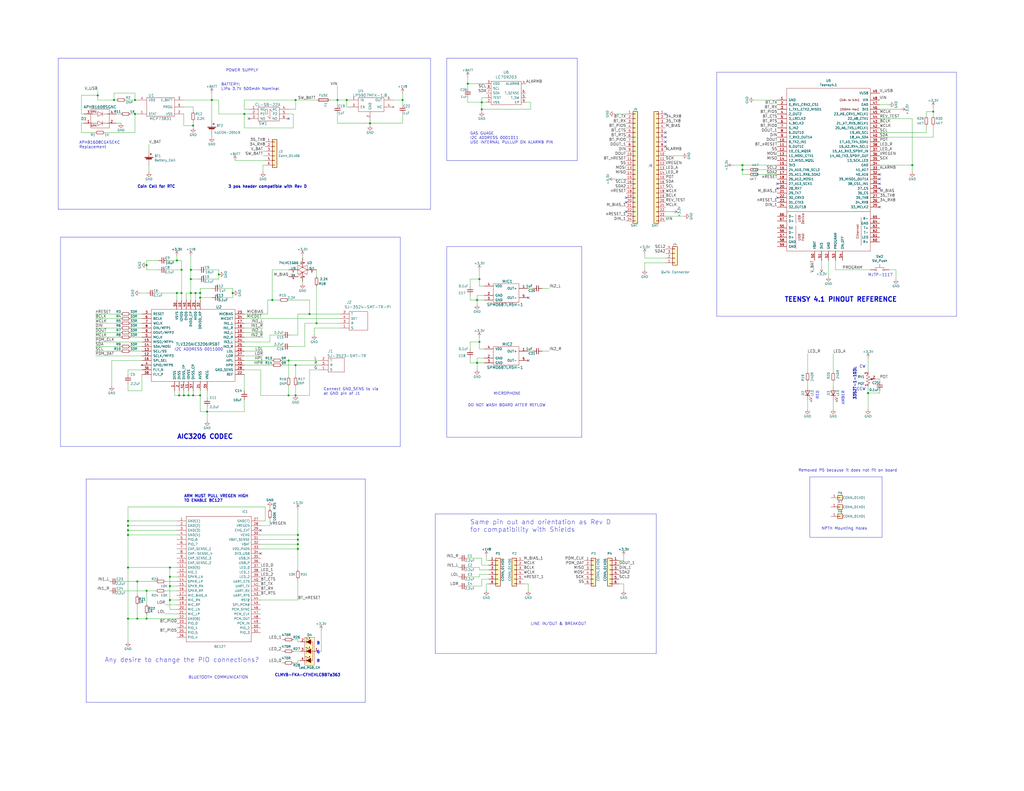
<source format=kicad_sch>
(kicad_sch (version 20230121) (generator eeschema)
  (paper "C")
  (title_block (title "Tympan Rev E") (date "2021-04-26") (rev "v2") (company "Tympan Master Hearing Aid Project") (comment 1 "Designed by Flywheel Lab, Brooklyn"))
  (junction (at 109.22 215.9))
  (junction (at 74.93 337.82))
  (junction (at 162.56 292.1))
  (junction (at 92.71 320.04))
  (junction (at 157.48 215.9))
  (junction (at 172.72 176.53))
  (junction (at 69.85 284.48))
  (junction (at 97.79 215.9))
  (junction (at 73.66 54.61))
  (junction (at 106.68 160.02))
  (junction (at 113.03 224.79))
  (junction (at 262.89 55.88))
  (junction (at 104.14 147.32))
  (junction (at 162.56 299.72))
  (junction (at 161.29 54.61))
  (junction (at 80.01 144.78))
  (junction (at 115.57 54.61))
  (junction (at 92.71 309.88))
  (junction (at 261.62 186.69))
  (junction (at 189.23 54.61))
  (junction (at 80.01 337.82))
  (junction (at 261.62 152.4))
  (junction (at 119.38 149.86))
  (junction (at 53.34 52.07))
  (junction (at 100.33 215.9))
  (junction (at 201.93 67.31))
  (junction (at 62.23 54.61))
  (junction (at 405.13 90.17))
  (junction (at 260.35 198.12))
  (junction (at 162.56 294.64))
  (junction (at 74.93 317.5))
  (junction (at 168.91 171.45))
  (junction (at 127 160.02))
  (junction (at 96.52 160.02))
  (junction (at 162.56 297.18))
  (junction (at 104.14 152.4))
  (junction (at 69.85 287.02))
  (junction (at 105.41 68.58))
  (junction (at 161.29 199.39))
  (junction (at 184.15 54.61))
  (junction (at 92.71 327.66))
  (junction (at 255.27 45.72))
  (junction (at 69.85 292.1))
  (junction (at 405.13 92.71))
  (junction (at 104.14 160.02))
  (junction (at 99.06 147.32))
  (junction (at 73.66 62.23))
  (junction (at 473.71 214.63))
  (junction (at 69.85 337.82))
  (junction (at 105.41 215.9))
  (junction (at 69.85 309.88))
  (junction (at 96.52 142.24))
  (junction (at 219.71 54.61))
  (junction (at 92.71 314.96))
  (junction (at 262.89 59.69))
  (junction (at 133.35 62.23))
  (junction (at 102.87 215.9))
  (junction (at 109.22 160.02))
  (junction (at 69.85 289.56))
  (junction (at 157.48 196.85))
  (junction (at 509.27 60.96))
  (junction (at 161.29 215.9))
  (junction (at 80.01 322.58))
  (junction (at 148.59 163.83))
  (junction (at 497.84 90.17))
  (junction (at 109.22 162.56))
  (junction (at 99.06 160.02))
  (junction (at 260.35 163.83))
  (no_connect (at 363.22 77.47))
  (no_connect (at 480.06 102.87))
  (no_connect (at 142.24 289.56))
  (no_connect (at 288.29 196.85))
  (no_connect (at 480.06 95.25))
  (no_connect (at 142.24 302.26))
  (no_connect (at 341.63 115.57))
  (no_connect (at 424.18 102.87))
  (no_connect (at 157.48 64.77))
  (no_connect (at 480.06 100.33))
  (no_connect (at 480.06 97.79))
  (no_connect (at 363.22 72.39))
  (no_connect (at 341.63 110.49))
  (no_connect (at 363.22 74.93))
  (no_connect (at 363.22 62.23))
  (no_connect (at 341.63 107.95))
  (no_connect (at 288.29 162.56))
  (no_connect (at 424.18 107.95))
  (no_connect (at 363.22 80.01))
  (no_connect (at 424.18 100.33))
  (no_connect (at 135.89 64.77))
  (no_connect (at 480.06 113.03))
  (wire (pts (xy 372.11 85.09) (xy 363.22 85.09)))
  (wire (pts (xy 97.79 213.36) (xy 97.79 215.9)))
  (wire (pts (xy 261.62 309.88) (xy 261.62 311.15)))
  (wire (pts (xy 96.52 292.1) (xy 69.85 292.1)))
  (wire (pts (xy 154.94 349.25) (xy 153.67 349.25)))
  (wire (pts (xy 133.35 201.93) (xy 142.24 201.93)))
  (wire (pts (xy 143.51 90.17) (xy 143.51 93.98)))
  (wire (pts (xy 161.29 215.9) (xy 168.91 215.9)))
  (wire (pts (xy 133.35 196.85) (xy 148.59 196.85)))
  (wire (pts (xy 144.78 284.48) (xy 144.78 276.86)))
  (wire (pts (xy 172.72 147.32) (xy 172.72 151.13)))
  (wire (pts (xy 260.35 195.58) (xy 260.35 198.12)))
  (wire (pts (xy 119.38 152.4) (xy 113.03 152.4)))
  (wire (pts (xy 69.85 309.88) (xy 69.85 337.82)))
  (wire (pts (xy 261.62 311.15) (xy 266.7 311.15)))
  (wire (pts (xy 80.01 144.78) (xy 80.01 147.32)))
  (polyline (pts (xy 243.84 87.63) (xy 314.96 87.63)))
  (wire (pts (xy 162.56 299.72) (xy 162.56 311.15)))
  (wire (pts (xy 113.03 217.17) (xy 113.03 213.36)))
  (wire (pts (xy 480.06 214.63) (xy 473.71 214.63)))
  (polyline (pts (xy 234.95 114.3) (xy 234.95 31.75)))
  (polyline (pts (xy 237.49 280.67) (xy 358.14 280.67)))
  (wire (pts (xy 260.35 198.12) (xy 264.16 198.12)))
  (wire (pts (xy 73.66 50.8) (xy 73.66 54.61)))
  (wire (pts (xy 95.25 213.36) (xy 95.25 215.9)))
  (wire (pts (xy 105.41 60.96) (xy 105.41 58.42)))
  (wire (pts (xy 71.12 179.07) (xy 77.47 179.07)))
  (polyline (pts (xy 521.97 39.37) (xy 391.16 39.37)))
  (polyline (pts (xy 31.75 114.3) (xy 31.75 31.75)))
  (wire (pts (xy 260.35 161.29) (xy 264.16 161.29)))
  (wire (pts (xy 340.36 322.58) (xy 340.36 318.77)))
  (wire (pts (xy 69.85 284.48) (xy 69.85 287.02)))
  (wire (pts (xy 101.6 163.83) (xy 101.6 160.02)))
  (polyline (pts (xy 46.99 261.62) (xy 199.39 261.62)))
  (wire (pts (xy 400.05 90.17) (xy 405.13 90.17)))
  (wire (pts (xy 157.48 205.74) (xy 157.48 196.85)))
  (wire (pts (xy 102.87 213.36) (xy 102.87 215.9)))
  (wire (pts (xy 162.56 350.52) (xy 162.56 349.25)))
  (wire (pts (xy 480.06 57.15) (xy 485.14 57.15)))
  (wire (pts (xy 146.05 163.83) (xy 146.05 171.45)))
  (wire (pts (xy 162.56 292.1) (xy 162.56 294.64)))
  (wire (pts (xy 144.78 90.17) (xy 143.51 90.17)))
  (wire (pts (xy 341.63 62.23) (xy 335.28 62.23)))
  (wire (pts (xy 265.43 306.07) (xy 265.43 303.53)))
  (polyline (pts (xy 243.84 134.62) (xy 243.84 238.76)))
  (wire (pts (xy 113.03 147.32) (xy 119.38 147.32)))
  (polyline (pts (xy 46.99 383.54) (xy 46.99 261.62)))
  (wire (pts (xy 168.91 163.83) (xy 168.91 171.45)))
  (wire (pts (xy 265.43 55.88) (xy 262.89 55.88)))
  (wire (pts (xy 115.57 54.61) (xy 115.57 66.04)))
  (wire (pts (xy 373.38 118.11) (xy 363.22 118.11)))
  (wire (pts (xy 485.14 147.32) (xy 488.95 147.32)))
  (wire (pts (xy 133.35 62.23) (xy 133.35 69.85)))
  (wire (pts (xy 109.22 160.02) (xy 109.22 162.56)))
  (polyline (pts (xy 199.39 261.62) (xy 199.39 383.54)))
  (wire (pts (xy 127 162.56) (xy 120.65 162.56)))
  (wire (pts (xy 107.95 152.4) (xy 104.14 152.4)))
  (wire (pts (xy 260.35 163.83) (xy 260.35 166.37)))
  (wire (pts (xy 109.22 213.36) (xy 109.22 215.9)))
  (wire (pts (xy 133.35 191.77) (xy 143.51 191.77)))
  (wire (pts (xy 69.85 309.88) (xy 92.71 309.88)))
  (wire (pts (xy 119.38 62.23) (xy 133.35 62.23)))
  (wire (pts (xy 147.32 182.88) (xy 153.67 182.88)))
  (wire (pts (xy 189.23 58.42) (xy 189.23 54.61)))
  (wire (pts (xy 62.23 50.8) (xy 73.66 50.8)))
  (wire (pts (xy 133.35 199.39) (xy 148.59 199.39)))
  (wire (pts (xy 171.45 179.07) (xy 185.42 179.07)))
  (wire (pts (xy 133.35 54.61) (xy 161.29 54.61)))
  (wire (pts (xy 157.48 163.83) (xy 168.91 163.83)))
  (wire (pts (xy 96.52 160.02) (xy 96.52 163.83)))
  (wire (pts (xy 184.15 54.61) (xy 184.15 57.15)))
  (wire (pts (xy 133.35 173.99) (xy 185.42 173.99)))
  (wire (pts (xy 77.47 213.36) (xy 69.85 213.36)))
  (wire (pts (xy 71.12 62.23) (xy 73.66 62.23)))
  (wire (pts (xy 424.18 54.61) (xy 411.48 54.61)))
  (wire (pts (xy 66.04 173.99) (xy 52.07 173.99)))
  (wire (pts (xy 147.32 278.13) (xy 147.32 276.86)))
  (wire (pts (xy 52.07 179.07) (xy 66.04 179.07)))
  (polyline (pts (xy 358.14 356.87) (xy 237.49 356.87)))
  (wire (pts (xy 261.62 156.21) (xy 264.16 156.21)))
  (wire (pts (xy 115.57 73.66) (xy 115.57 74.93)))
  (wire (pts (xy 161.29 215.9) (xy 161.29 210.82)))
  (wire (pts (xy 256.54 198.12) (xy 260.35 198.12)))
  (polyline (pts (xy 31.75 114.3) (xy 234.95 114.3)))
  (polyline (pts (xy 199.39 383.54) (xy 46.99 383.54)))
  (wire (pts (xy 91.44 147.32) (xy 99.06 147.32)))
  (polyline (pts (xy 218.44 243.84) (xy 218.44 129.54)))
  (wire (pts (xy 69.85 337.82) (xy 69.85 350.52)))
  (wire (pts (xy 45.72 62.23) (xy 44.45 62.23)))
  (wire (pts (xy 109.22 224.79) (xy 113.03 224.79)))
  (wire (pts (xy 158.75 182.88) (xy 162.56 182.88)))
  (wire (pts (xy 115.57 50.8) (xy 115.57 54.61)))
  (wire (pts (xy 142.24 297.18) (xy 162.56 297.18)))
  (polyline (pts (xy 441.96 260.35) (xy 441.96 293.37)))
  (wire (pts (xy 133.35 224.79) (xy 133.35 218.44)))
  (polyline (pts (xy 441.96 293.37) (xy 481.33 293.37)))
  (polyline (pts (xy 243.84 31.75) (xy 243.84 87.63)))
  (wire (pts (xy 161.29 59.69) (xy 157.48 59.69)))
  (wire (pts (xy 92.71 327.66) (xy 96.52 327.66)))
  (wire (pts (xy 96.52 289.56) (xy 69.85 289.56)))
  (wire (pts (xy 86.36 142.24) (xy 80.01 142.24)))
  (wire (pts (xy 107.95 147.32) (xy 104.14 147.32)))
  (wire (pts (xy 260.35 163.83) (xy 264.16 163.83)))
  (wire (pts (xy 424.18 92.71) (xy 414.02 92.71)))
  (wire (pts (xy 265.43 45.72) (xy 255.27 45.72)))
  (wire (pts (xy 133.35 181.61) (xy 143.51 181.61)))
  (wire (pts (xy 92.71 327.66) (xy 92.71 332.74)))
  (wire (pts (xy 161.29 54.61) (xy 172.72 54.61)))
  (polyline (pts (xy 391.16 172.72) (xy 521.97 172.72)))
  (wire (pts (xy 480.06 74.93) (xy 509.27 74.93)))
  (wire (pts (xy 201.93 67.31) (xy 201.93 68.58)))
  (wire (pts (xy 509.27 68.58) (xy 509.27 74.93)))
  (wire (pts (xy 142.24 327.66) (xy 162.56 327.66)))
  (polyline (pts (xy 481.33 260.35) (xy 441.96 260.35)))
  (wire (pts (xy 162.56 349.25) (xy 160.02 349.25)))
  (wire (pts (xy 128.27 87.63) (xy 144.78 87.63)))
  (wire (pts (xy 53.34 54.61) (xy 62.23 54.61)))
  (wire (pts (xy 288.29 322.58) (xy 288.29 318.77)))
  (wire (pts (xy 147.32 186.69) (xy 147.32 182.88)))
  (wire (pts (xy 163.83 350.52) (xy 162.56 350.52)))
  (polyline (pts (xy 317.5 134.62) (xy 317.5 238.76)))
  (wire (pts (xy 295.91 157.48) (xy 299.72 157.48)))
  (wire (pts (xy 57.15 72.39) (xy 73.66 72.39)))
  (wire (pts (xy 166.37 176.53) (xy 172.72 176.53)))
  (wire (pts (xy 77.47 194.31) (xy 52.07 194.31)))
  (wire (pts (xy 92.71 332.74) (xy 96.52 332.74)))
  (polyline (pts (xy 237.49 356.87) (xy 237.49 280.67)))
  (wire (pts (xy 66.04 181.61) (xy 52.07 181.61)))
  (wire (pts (xy 105.41 58.42) (xy 100.33 58.42)))
  (wire (pts (xy 162.56 361.95) (xy 160.02 361.95)))
  (wire (pts (xy 119.38 147.32) (xy 119.38 149.86)))
  (wire (pts (xy 405.13 90.17) (xy 424.18 90.17)))
  (wire (pts (xy 102.87 215.9) (xy 105.41 215.9)))
  (wire (pts (xy 69.85 201.93) (xy 69.85 204.47)))
  (wire (pts (xy 473.71 210.82) (xy 473.71 214.63)))
  (wire (pts (xy 127 157.48) (xy 127 160.02)))
  (wire (pts (xy 260.35 198.12) (xy 260.35 201.93)))
  (wire (pts (xy 64.77 317.5) (xy 74.93 317.5)))
  (wire (pts (xy 52.07 72.39) (xy 44.45 72.39)))
  (wire (pts (xy 162.56 360.68) (xy 162.56 361.95)))
  (wire (pts (xy 480.06 213.36) (xy 480.06 214.63)))
  (wire (pts (xy 92.71 314.96) (xy 96.52 314.96)))
  (wire (pts (xy 165.1 139.7) (xy 165.1 140.97)))
  (wire (pts (xy 157.48 62.23) (xy 160.02 62.23)))
  (wire (pts (xy 473.71 214.63) (xy 473.71 223.52)))
  (wire (pts (xy 201.93 67.31) (xy 219.71 67.31)))
  (polyline (pts (xy 358.14 280.67) (xy 358.14 356.87)))
  (wire (pts (xy 60.96 196.85) (xy 60.96 210.82)))
  (wire (pts (xy 255.27 53.34) (xy 255.27 55.88)))
  (wire (pts (xy 105.41 213.36) (xy 105.41 215.9)))
  (polyline (pts (xy 481.33 293.37) (xy 481.33 260.35)))
  (wire (pts (xy 96.52 317.5) (xy 90.17 317.5)))
  (wire (pts (xy 133.35 184.15) (xy 143.51 184.15)))
  (wire (pts (xy 256.54 190.5) (xy 256.54 186.69)))
  (wire (pts (xy 120.65 157.48) (xy 127 157.48)))
  (wire (pts (xy 157.48 196.85) (xy 173.99 196.85)))
  (wire (pts (xy 66.04 189.23) (xy 52.07 189.23)))
  (wire (pts (xy 165.1 153.67) (xy 165.1 154.94)))
  (wire (pts (xy 256.54 156.21) (xy 256.54 152.4)))
  (wire (pts (xy 261.62 152.4) (xy 261.62 156.21)))
  (wire (pts (xy 142.24 294.64) (xy 162.56 294.64)))
  (wire (pts (xy 154.94 361.95) (xy 153.67 361.95)))
  (wire (pts (xy 509.27 60.96) (xy 509.27 58.42)))
  (wire (pts (xy 288.29 157.48) (xy 290.83 157.48)))
  (wire (pts (xy 142.24 287.02) (xy 147.32 287.02)))
  (wire (pts (xy 92.71 309.88) (xy 96.52 309.88)))
  (wire (pts (xy 480.06 64.77) (xy 497.84 64.77)))
  (wire (pts (xy 405.13 95.25) (xy 405.13 92.71)))
  (wire (pts (xy 99.06 142.24) (xy 99.06 147.32)))
  (wire (pts (xy 340.36 303.53) (xy 340.36 306.07)))
  (wire (pts (xy 363.22 143.51) (xy 351.79 143.51)))
  (wire (pts (xy 115.57 162.56) (xy 109.22 162.56)))
  (wire (pts (xy 91.44 142.24) (xy 96.52 142.24)))
  (wire (pts (xy 73.66 72.39) (xy 73.66 62.23)))
  (wire (pts (xy 62.23 54.61) (xy 62.23 50.8)))
  (wire (pts (xy 106.68 160.02) (xy 109.22 160.02)))
  (wire (pts (xy 163.83 355.6) (xy 160.02 355.6)))
  (wire (pts (xy 287.02 55.88) (xy 289.56 55.88)))
  (wire (pts (xy 266.7 318.77) (xy 265.43 318.77)))
  (wire (pts (xy 175.26 344.17) (xy 175.26 355.6)))
  (wire (pts (xy 172.72 156.21) (xy 172.72 176.53)))
  (wire (pts (xy 289.56 59.69) (xy 262.89 59.69)))
  (wire (pts (xy 162.56 299.72) (xy 142.24 299.72)))
  (wire (pts (xy 214.63 54.61) (xy 219.71 54.61)))
  (wire (pts (xy 480.06 59.69) (xy 491.49 59.69)))
  (wire (pts (xy 162.56 171.45) (xy 168.91 171.45)))
  (wire (pts (xy 289.56 55.88) (xy 289.56 59.69)))
  (wire (pts (xy 509.27 63.5) (xy 509.27 60.96)))
  (wire (pts (xy 157.48 210.82) (xy 157.48 215.9)))
  (wire (pts (xy 100.33 68.58) (xy 105.41 68.58)))
  (wire (pts (xy 161.29 199.39) (xy 173.99 199.39)))
  (wire (pts (xy 96.52 287.02) (xy 69.85 287.02)))
  (wire (pts (xy 162.56 182.88) (xy 162.56 171.45)))
  (wire (pts (xy 168.91 201.93) (xy 168.91 215.9)))
  (wire (pts (xy 77.47 176.53) (xy 71.12 176.53)))
  (wire (pts (xy 71.12 173.99) (xy 77.47 173.99)))
  (wire (pts (xy 161.29 205.74) (xy 161.29 199.39)))
  (wire (pts (xy 80.01 337.82) (xy 96.52 337.82)))
  (wire (pts (xy 172.72 176.53) (xy 185.42 176.53)))
  (wire (pts (xy 473.71 195.58) (xy 473.71 203.2)))
  (wire (pts (xy 261.62 147.32) (xy 261.62 152.4)))
  (wire (pts (xy 440.69 223.52) (xy 440.69 218.44)))
  (wire (pts (xy 160.02 62.23) (xy 160.02 69.85)))
  (wire (pts (xy 144.78 276.86) (xy 69.85 276.86)))
  (wire (pts (xy 142.24 201.93) (xy 142.24 215.9)))
  (wire (pts (xy 96.52 160.02) (xy 99.06 160.02)))
  (wire (pts (xy 44.45 72.39) (xy 44.45 67.31)))
  (wire (pts (xy 454.66 193.04) (xy 454.66 203.2)))
  (wire (pts (xy 62.23 54.61) (xy 63.5 54.61)))
  (wire (pts (xy 96.52 142.24) (xy 96.52 139.7)))
  (wire (pts (xy 408.94 95.25) (xy 405.13 95.25)))
  (wire (pts (xy 497.84 93.98) (xy 497.84 90.17)))
  (wire (pts (xy 255.27 55.88) (xy 262.89 55.88)))
  (wire (pts (xy 109.22 215.9) (xy 109.22 224.79)))
  (wire (pts (xy 162.56 316.23) (xy 162.56 327.66)))
  (wire (pts (xy 85.09 160.02) (xy 96.52 160.02)))
  (wire (pts (xy 119.38 149.86) (xy 119.38 152.4)))
  (wire (pts (xy 265.43 53.34) (xy 262.89 53.34)))
  (wire (pts (xy 148.59 147.32) (xy 148.59 163.83)))
  (wire (pts (xy 184.15 54.61) (xy 189.23 54.61)))
  (wire (pts (xy 173.99 201.93) (xy 168.91 201.93)))
  (wire (pts (xy 260.35 161.29) (xy 260.35 163.83)))
  (wire (pts (xy 262.89 308.61) (xy 266.7 308.61)))
  (wire (pts (xy 77.47 181.61) (xy 71.12 181.61)))
  (wire (pts (xy 44.45 67.31) (xy 45.72 67.31)))
  (wire (pts (xy 96.52 330.2) (xy 90.17 330.2)))
  (wire (pts (xy 158.75 189.23) (xy 166.37 189.23)))
  (wire (pts (xy 261.62 186.69) (xy 261.62 190.5)))
  (wire (pts (xy 148.59 163.83) (xy 152.4 163.83)))
  (wire (pts (xy 80.01 337.82) (xy 80.01 335.28)))
  (wire (pts (xy 335.28 97.79) (xy 341.63 97.79)))
  (wire (pts (xy 81.28 90.17) (xy 81.28 93.98)))
  (wire (pts (xy 261.62 313.69) (xy 266.7 313.69)))
  (wire (pts (xy 74.93 337.82) (xy 80.01 337.82)))
  (wire (pts (xy 81.28 82.55) (xy 81.28 78.74)))
  (polyline (pts (xy 317.5 238.76) (xy 243.84 238.76)))
  (wire (pts (xy 104.14 139.7) (xy 104.14 147.32)))
  (polyline (pts (xy 33.02 129.54) (xy 33.02 243.84)))
  (wire (pts (xy 163.83 360.68) (xy 162.56 360.68)))
  (wire (pts (xy 262.89 320.04) (xy 262.89 316.23)))
  (wire (pts (xy 113.03 222.25) (xy 113.03 224.79)))
  (wire (pts (xy 80.01 147.32) (xy 86.36 147.32)))
  (wire (pts (xy 262.89 53.34) (xy 262.89 55.88)))
  (wire (pts (xy 109.22 157.48) (xy 109.22 160.02)))
  (wire (pts (xy 44.45 52.07) (xy 44.45 62.23)))
  (wire (pts (xy 69.85 337.82) (xy 74.93 337.82)))
  (wire (pts (xy 153.67 196.85) (xy 157.48 196.85)))
  (wire (pts (xy 92.71 320.04) (xy 92.71 327.66)))
  (polyline (pts (xy 314.96 31.75) (xy 243.84 31.75)))
  (wire (pts (xy 256.54 195.58) (xy 256.54 198.12)))
  (wire (pts (xy 97.79 215.9) (xy 100.33 215.9)))
  (wire (pts (xy 63.5 62.23) (xy 66.04 62.23)))
  (wire (pts (xy 255.27 314.96) (xy 261.62 314.96)))
  (polyline (pts (xy 314.96 87.63) (xy 314.96 31.75)))
  (wire (pts (xy 184.15 46.99) (xy 184.15 54.61)))
  (wire (pts (xy 77.47 186.69) (xy 52.07 186.69)))
  (wire (pts (xy 133.35 69.85) (xy 160.02 69.85)))
  (wire (pts (xy 157.48 147.32) (xy 148.59 147.32)))
  (wire (pts (xy 100.33 215.9) (xy 102.87 215.9)))
  (wire (pts (xy 505.46 63.5) (xy 505.46 60.96)))
  (wire (pts (xy 71.12 184.15) (xy 77.47 184.15)))
  (wire (pts (xy 351.79 143.51) (xy 351.79 147.32)))
  (wire (pts (xy 351.79 140.97) (xy 351.79 138.43)))
  (wire (pts (xy 201.93 66.04) (xy 201.93 67.31)))
  (wire (pts (xy 363.22 115.57) (xy 367.03 115.57)))
  (wire (pts (xy 96.52 142.24) (xy 99.06 142.24)))
  (polyline (pts (xy 218.44 129.54) (xy 33.02 129.54)))
  (wire (pts (xy 184.15 67.31) (xy 201.93 67.31)))
  (wire (pts (xy 454.66 223.52) (xy 454.66 218.44)))
  (wire (pts (xy 105.41 215.9) (xy 109.22 215.9)))
  (wire (pts (xy 261.62 190.5) (xy 264.16 190.5)))
  (wire (pts (xy 190.5 58.42) (xy 189.23 58.42)))
  (wire (pts (xy 146.05 163.83) (xy 148.59 163.83)))
  (wire (pts (xy 133.35 54.61) (xy 133.35 59.69)))
  (wire (pts (xy 69.85 276.86) (xy 69.85 284.48)))
  (wire (pts (xy 219.71 67.31) (xy 219.71 62.23)))
  (wire (pts (xy 262.89 55.88) (xy 262.89 59.69)))
  (wire (pts (xy 105.41 68.58) (xy 105.41 69.85)))
  (wire (pts (xy 219.71 50.8) (xy 219.71 54.61)))
  (wire (pts (xy 480.06 208.28) (xy 480.06 207.01)))
  (wire (pts (xy 290.83 191.77) (xy 288.29 191.77)))
  (wire (pts (xy 74.93 317.5) (xy 74.93 325.12)))
  (wire (pts (xy 497.84 90.17) (xy 480.06 90.17)))
  (wire (pts (xy 219.71 54.61) (xy 219.71 57.15)))
  (wire (pts (xy 408.94 92.71) (xy 405.13 92.71)))
  (wire (pts (xy 104.14 152.4) (xy 104.14 160.02)))
  (wire (pts (xy 363.22 140.97) (xy 351.79 140.97)))
  (wire (pts (xy 265.43 318.77) (xy 265.43 322.58)))
  (wire (pts (xy 133.35 194.31) (xy 143.51 194.31)))
  (wire (pts (xy 143.51 82.55) (xy 144.78 82.55)))
  (wire (pts (xy 340.36 318.77) (xy 337.82 318.77)))
  (wire (pts (xy 497.84 64.77) (xy 497.84 90.17)))
  (wire (pts (xy 74.93 317.5) (xy 85.09 317.5)))
  (wire (pts (xy 115.57 54.61) (xy 119.38 54.61)))
  (wire (pts (xy 127 160.02) (xy 127 162.56)))
  (wire (pts (xy 99.06 160.02) (xy 99.06 163.83)))
  (wire (pts (xy 255.27 45.72) (xy 255.27 41.91)))
  (wire (pts (xy 255.27 304.8) (xy 262.89 304.8)))
  (wire (pts (xy 153.67 199.39) (xy 161.29 199.39)))
  (wire (pts (xy 99.06 147.32) (xy 99.06 160.02)))
  (wire (pts (xy 133.35 189.23) (xy 153.67 189.23)))
  (wire (pts (xy 66.04 171.45) (xy 52.07 171.45)))
  (polyline (pts (xy 33.02 243.84) (xy 218.44 243.84)))
  (wire (pts (xy 119.38 54.61) (xy 119.38 62.23)))
  (wire (pts (xy 66.04 184.15) (xy 52.07 184.15)))
  (wire (pts (xy 133.35 204.47) (xy 133.35 213.36)))
  (wire (pts (xy 480.06 72.39) (xy 505.46 72.39)))
  (wire (pts (xy 80.01 322.58) (xy 85.09 322.58)))
  (polyline (pts (xy 521.97 172.72) (xy 521.97 39.37)))
  (wire (pts (xy 166.37 189.23) (xy 166.37 176.53)))
  (wire (pts (xy 175.26 355.6) (xy 173.99 355.6)))
  (wire (pts (xy 180.34 54.61) (xy 184.15 54.61)))
  (wire (pts (xy 505.46 68.58) (xy 505.46 72.39)))
  (wire (pts (xy 261.62 184.15) (xy 261.62 186.69)))
  (wire (pts (xy 104.14 147.32) (xy 104.14 152.4)))
  (wire (pts (xy 96.52 322.58) (xy 90.17 322.58)))
  (wire (pts (xy 171.45 182.88) (xy 171.45 179.07)))
  (wire (pts (xy 63.5 67.31) (xy 66.04 67.31)))
  (wire (pts (xy 113.03 224.79) (xy 133.35 224.79)))
  (wire (pts (xy 101.6 160.02) (xy 104.14 160.02)))
  (wire (pts (xy 69.85 292.1) (xy 69.85 309.88)))
  (wire (pts (xy 162.56 278.13) (xy 162.56 292.1)))
  (wire (pts (xy 80.01 160.02) (xy 76.2 160.02)))
  (wire (pts (xy 135.89 62.23) (xy 133.35 62.23)))
  (wire (pts (xy 95.25 215.9) (xy 97.79 215.9)))
  (wire (pts (xy 255.27 320.04) (xy 262.89 320.04)))
  (wire (pts (xy 162.56 297.18) (xy 162.56 299.72)))
  (wire (pts (xy 455.93 147.32) (xy 474.98 147.32)))
  (wire (pts (xy 295.91 191.77) (xy 299.72 191.77)))
  (wire (pts (xy 255.27 48.26) (xy 255.27 45.72)))
  (wire (pts (xy 133.35 179.07) (xy 143.51 179.07)))
  (wire (pts (xy 80.01 142.24) (xy 80.01 144.78)))
  (wire (pts (xy 69.85 213.36) (xy 69.85 209.55)))
  (wire (pts (xy 66.04 191.77) (xy 52.07 191.77)))
  (wire (pts (xy 92.71 309.88) (xy 92.71 314.96)))
  (wire (pts (xy 71.12 189.23) (xy 77.47 189.23)))
  (wire (pts (xy 142.24 284.48) (xy 144.78 284.48)))
  (wire (pts (xy 73.66 54.61) (xy 68.58 54.61)))
  (wire (pts (xy 262.89 59.69) (xy 262.89 60.96)))
  (wire (pts (xy 262.89 304.8) (xy 262.89 308.61)))
  (wire (pts (xy 153.67 355.6) (xy 154.94 355.6)))
  (wire (pts (xy 264.16 195.58) (xy 260.35 195.58)))
  (wire (pts (xy 53.34 52.07) (xy 53.34 49.53)))
  (polyline (pts (xy 234.95 31.75) (xy 31.75 31.75)))
  (wire (pts (xy 115.57 157.48) (xy 109.22 157.48)))
  (wire (pts (xy 262.89 316.23) (xy 266.7 316.23)))
  (wire (pts (xy 64.77 322.58) (xy 80.01 322.58)))
  (wire (pts (xy 100.33 54.61) (xy 115.57 54.61)))
  (wire (pts (xy 77.47 196.85) (xy 60.96 196.85)))
  (wire (pts (xy 143.51 85.09) (xy 144.78 85.09)))
  (wire (pts (xy 162.56 294.64) (xy 162.56 297.18)))
  (wire (pts (xy 133.35 176.53) (xy 143.51 176.53)))
  (wire (pts (xy 505.46 60.96) (xy 509.27 60.96)))
  (wire (pts (xy 455.93 142.24) (xy 455.93 147.32)))
  (wire (pts (xy 256.54 163.83) (xy 260.35 163.83)))
  (wire (pts (xy 189.23 54.61) (xy 190.5 54.61)))
  (wire (pts (xy 69.85 289.56) (xy 69.85 292.1)))
  (wire (pts (xy 184.15 62.23) (xy 184.15 67.31)))
  (wire (pts (xy 157.48 215.9) (xy 161.29 215.9)))
  (wire (pts (xy 256.54 161.29) (xy 256.54 163.83)))
  (wire (pts (xy 405.13 92.71) (xy 405.13 90.17)))
  (polyline (pts (xy 243.84 134.62) (xy 317.5 134.62)))
  (wire (pts (xy 133.35 59.69) (xy 135.89 59.69)))
  (wire (pts (xy 168.91 171.45) (xy 185.42 171.45)))
  (wire (pts (xy 80.01 322.58) (xy 80.01 330.2)))
  (wire (pts (xy 488.95 147.32) (xy 488.95 152.4)))
  (wire (pts (xy 255.27 309.88) (xy 261.62 309.88)))
  (wire (pts (xy 340.36 306.07) (xy 337.82 306.07)))
  (wire (pts (xy 454.66 210.82) (xy 454.66 208.28)))
  (wire (pts (xy 106.68 163.83) (xy 106.68 160.02)))
  (wire (pts (xy 66.04 176.53) (xy 52.07 176.53)))
  (wire (pts (xy 92.71 314.96) (xy 92.71 320.04)))
  (wire (pts (xy 142.24 215.9) (xy 157.48 215.9)))
  (polyline (pts (xy 391.16 39.37) (xy 391.16 172.72)))
  (wire (pts (xy 100.33 213.36) (xy 100.33 215.9)))
  (wire (pts (xy 44.45 52.07) (xy 53.34 52.07)))
  (wire (pts (xy 74.93 330.2) (xy 74.93 337.82)))
  (wire (pts (xy 96.52 284.48) (xy 69.85 284.48)))
  (wire (pts (xy 71.12 191.77) (xy 77.47 191.77)))
  (wire (pts (xy 452.12 151.13) (xy 452.12 142.24)))
  (wire (pts (xy 448.31 146.05) (xy 448.31 142.24)))
  (wire (pts (xy 288.29 318.77) (xy 285.75 318.77)))
  (wire (pts (xy 109.22 162.56) (xy 109.22 163.83)))
  (wire (pts (xy 256.54 186.69) (xy 261.62 186.69)))
  (wire (pts (xy 104.14 160.02) (xy 106.68 160.02)))
  (wire (pts (xy 146.05 171.45) (xy 133.35 171.45)))
  (wire (pts (xy 100.33 62.23) (xy 100.33 68.58)))
  (wire (pts (xy 73.66 62.23) (xy 74.93 62.23)))
  (wire (pts (xy 96.52 335.28) (xy 90.17 335.28)))
  (wire (pts (xy 440.69 203.2) (xy 440.69 193.04)))
  (wire (pts (xy 92.71 320.04) (xy 96.52 320.04)))
  (wire (pts (xy 266.7 306.07) (xy 265.43 306.07)))
  (wire (pts (xy 142.24 292.1) (xy 162.56 292.1)))
  (wire (pts (xy 256.54 152.4) (xy 261.62 152.4)))
  (wire (pts (xy 77.47 201.93) (xy 69.85 201.93)))
  (wire (pts (xy 147.32 287.02) (xy 147.32 283.21)))
  (wire (pts (xy 477.52 207.01) (xy 480.06 207.01)))
  (wire (pts (xy 440.69 210.82) (xy 440.69 208.28)))
  (wire (pts (xy 161.29 54.61) (xy 161.29 59.69)))
  (wire (pts (xy 104.14 160.02) (xy 104.14 163.83)))
  (wire (pts (xy 69.85 287.02) (xy 69.85 289.56)))
  (wire (pts (xy 105.41 66.04) (xy 105.41 68.58)))
  (wire (pts (xy 53.34 54.61) (xy 53.34 52.07)))
  (wire (pts (xy 133.35 186.69) (xy 147.32 186.69)))
  (wire (pts (xy 77.47 204.47) (xy 77.47 213.36)))
  (wire (pts (xy 424.18 95.25) (xy 414.02 95.25)))
  (wire (pts (xy 261.62 314.96) (xy 261.62 313.69)))
  (wire (pts (xy 74.93 54.61) (xy 73.66 54.61)))
  (wire (pts (xy 113.03 224.79) (xy 113.03 229.87)))
  (wire (pts (xy 77.47 171.45) (xy 71.12 171.45)))
  (text "3 pos header compatible with Rev D" (at 124.46 102.87 0) (effects (font (size 1.524 1.524) (thickness 0.3048) bold) (justify left bottom)))
  (text "BATTERY:\nLiPo 3.7V 500mAh Nominal" (at 120.65 49.53 0) (effects (font (size 1.524 1.524)) (justify left bottom)))
  (text "Same pin out and orientation as Rev D\nfor compatibility with Shields" (at 256.54 290.83 0) (effects (font (size 2.54 2.54)) (justify left bottom)))
  (text "DO NOT WASH BOARD AFTER REFLOW" (at 255.27 222.25 0) (effects (font (size 1.524 1.524)) (justify left bottom)))
  (text "MICROPHONE" (at 269.24 215.9 0) (effects (font (size 1.524 1.524)) (justify left bottom)))
  (text "TEENSY 4.1 PINOUT REFERENCE" (at 427.99 165.1 0) (effects (font (size 2.54 2.54) (thickness 0.508) bold) (justify left bottom)))
  (text "POWER SUPPLY" (at 123.19 39.37 0) (effects (font (size 1.524 1.524)) (justify left bottom)))
  (text "AMBER" (at 461.01 213.36 90) (effects (font (size 1.524 1.524)) (justify right bottom)))
  (text "GAS GUAGE\nI2C ADDRESS 0001011\nUSE INTERNAL PULLUP ON ALARMB PIN" (at 256.54 78.74 0) (effects (font (size 1.524 1.524)) (justify left bottom)))
  (text "ARM MUST PULL VREGEN HIGH\nTO ENABLE BC127" (at 100.33 274.32 0) (effects (font (size 1.524 1.524) (thickness 0.3048) bold) (justify left bottom)))
  (text "AIC3206 CODEC" (at 96.52 240.03 0) (effects (font (size 2.54 2.54) (thickness 0.508) bold) (justify left bottom)))
  (text "APHB1608CGKSEKC\nReplacement" (at 43.18 81.28 0) (effects (font (size 1.524 1.524)) (justify left bottom)))
  (text "RED" (at 447.04 213.36 90) (effects (font (size 1.524 1.524)) (justify right bottom)))
  (text "CW\n\n\n\n\nCCW" (at 472.44 213.36 0) (effects (font (size 1.524 1.524)) (justify right bottom)))
  (text "LINE IN/OUT & BREAKOUT" (at 289.56 341.63 0) (effects (font (size 1.524 1.524)) (justify left bottom)))
  (text "Connect GND_SENS to via\nat GND pin of J1" (at 176.53 215.9 0) (effects (font (size 1.524 1.524)) (justify left bottom)))
  (text "NPTH Mounting Holes" (at 448.31 289.56 0) (effects (font (size 1.524 1.524)) (justify left bottom)))
  (text "B\n\nG\n\nR" (at 172.72 361.95 0) (effects (font (size 1.524 1.524) (thickness 0.3048) bold) (justify left bottom)))
  (text "BLUETOOTH COMMUNICATION" (at 102.87 370.84 0) (effects (font (size 1.524 1.524)) (justify left bottom)))
  (text "3352T-1-103L" (at 467.36 218.44 90) (effects (font (size 1.524 1.524) (thickness 0.3048) bold) (justify left bottom)))
  (text "Removed P5 because it does not fit on board" (at 435.61 257.81 0) (effects (font (size 1.524 1.524)) (justify left bottom)))
  (text "Any desire to change the PIO connections?" (at 57.15 361.95 0) (effects (font (size 2.54 2.54)) (justify left bottom)))
  (text "MJTP-1117" (at 473.71 151.13 0) (effects (font (size 1.524 1.524)) (justify left bottom)))
  (text "CLMVB-FKA-CFHEHLCBB7a363" (at 149.86 369.57 0) (effects (font (size 1.524 1.524) (thickness 0.3048) bold) (justify left bottom)))
  (text "Coin Cell for RTC" (at 74.93 102.87 0) (effects (font (size 1.524 1.524) (thickness 0.3048) bold) (justify left bottom)))
  (text "I2C ADDRESS 0011000" (at 95.25 191.77 0) (effects (font (size 1.524 1.524)) (justify left bottom)))
  (label "nRESET_1" (at 424.18 110.49 180) (effects (font (size 1.524 1.524))))
  (label "MCLK" (at 285.75 308.61 0) (effects (font (size 1.524 1.524))))
  (label "SCL" (at 265.43 48.26 180) (effects (font (size 1.524 1.524))))
  (label "nRESET" (at 341.63 105.41 180) (effects (font (size 1.524 1.524))))
  (label "DIN" (at 52.07 179.07 0) (effects (font (size 1.524 1.524))))
  (label "M_BIAS_1" (at 341.63 113.03 180) (effects (font (size 1.524 1.524))))
  (label "LED_A" (at 363.22 92.71 0) (effects (font (size 1.524 1.524))))
  (label "BT_nRESET" (at 424.18 80.01 180) (effects (font (size 1.524 1.524))))
  (label "LED_R" (at 363.22 95.25 0) (effects (font (size 1.524 1.524))))
  (label "LED_0" (at 142.24 309.88 0) (effects (font (size 1.524 1.524))))
  (label "SDA" (at 265.43 50.8 180) (effects (font (size 1.524 1.524))))
  (label "IN1_R" (at 59.69 322.58 180) (effects (font (size 1.524 1.524))))
  (label "BCLK" (at 363.22 107.95 0) (effects (font (size 1.524 1.524))))
  (label "BCLK" (at 285.75 311.15 0) (effects (font (size 1.524 1.524))))
  (label "SCL" (at 363.22 102.87 0) (effects (font (size 1.524 1.524))))
  (label "VIN" (at 184.15 46.99 180) (effects (font (size 1.524 1.524))))
  (label "BT_RX" (at 341.63 67.31 180) (effects (font (size 1.524 1.524))))
  (label "V_USB" (at 53.34 49.53 180) (effects (font (size 1.524 1.524))))
  (label "MOSI" (at 318.77 313.69 180) (effects (font (size 1.524 1.524))))
  (label "BT_RTS" (at 142.24 325.12 0) (effects (font (size 1.524 1.524))))
  (label "SDA" (at 52.07 189.23 0) (effects (font (size 1.524 1.524))))
  (label "LOL" (at 250.19 314.96 180) (effects (font (size 1.524 1.524))))
  (label "MISO" (at 318.77 311.15 180) (effects (font (size 1.524 1.524))))
  (label "LOR" (at 90.17 330.2 180) (effects (font (size 1.524 1.524))))
  (label "BT_PIO0" (at 424.18 69.85 180) (effects (font (size 1.524 1.524))))
  (label "SCK" (at 318.77 316.23 180) (effects (font (size 1.524 1.524))))
  (label "SS" (at 341.63 90.17 180) (effects (font (size 1.524 1.524))))
  (label "M_BIAS" (at 157.48 151.13 180) (effects (font (size 1.524 1.524))))
  (label "SDA" (at 363.22 100.33 0) (effects (font (size 1.524 1.524))))
  (label "MISO" (at 341.63 95.25 180) (effects (font (size 1.524 1.524))))
  (label "DIN_1" (at 337.82 311.15 0) (effects (font (size 1.524 1.524))))
  (label "MCLK" (at 363.22 113.03 0) (effects (font (size 1.524 1.524))))
  (label "SW_BATT" (at 143.51 85.09 180) (effects (font (size 1.524 1.524))))
  (label "M_BIAS" (at 363.22 69.85 0) (effects (font (size 1.524 1.524))))
  (label "SCL" (at 52.07 191.77 0) (effects (font (size 1.524 1.524))))
  (label "DOUT" (at 341.63 85.09 180) (effects (font (size 1.524 1.524))))
  (label "DOUT_1" (at 424.18 72.39 180) (effects (font (size 1.524 1.524))))
  (label "35_TX8" (at 144.78 77.47 180) (effects (font (size 1.524 1.524))))
  (label "MCLK" (at 52.07 184.15 0) (effects (font (size 1.524 1.524))))
  (label "BT_PIO5" (at 424.18 62.23 180) (effects (font (size 1.524 1.524))))
  (label "LOL" (at 143.51 191.77 180) (effects (font (size 1.524 1.524))))
  (label "WCLK" (at 480.06 69.85 0) (effects (font (size 1.524 1.524))))
  (label "LED_0" (at 153.67 361.95 180) (effects (font (size 1.524 1.524))))
  (label "ALARMB" (at 363.22 82.55 0) (effects (font (size 1.524 1.524))))
  (label "SCL" (at 480.06 72.39 0) (effects (font (size 1.524 1.524))))
  (label "BT_PIO5" (at 96.52 345.44 180) (effects (font (size 1.524 1.524))))
  (label "SS" (at 424.18 82.55 180) (effects (font (size 1.524 1.524))))
  (label "LED_1" (at 142.24 312.42 0) (effects (font (size 1.524 1.524))))
  (label "BT_TX" (at 341.63 64.77 180) (effects (font (size 1.524 1.524))))
  (label "IN2_L" (at 299.72 157.48 0) (effects (font (size 1.524 1.524))))
  (label "M_BIAS" (at 480.06 105.41 0) (effects (font (size 1.524 1.524))))
  (label "VREGEN" (at 147.32 287.02 0) (effects (font (size 1.524 1.524))))
  (label "IN1_L" (at 250.19 309.88 180) (effects (font (size 1.524 1.524))))
  (label "BT_TX" (at 424.18 57.15 180) (effects (font (size 1.524 1.524))))
  (label "BT_CTS" (at 341.63 72.39 180) (effects (font (size 1.524 1.524))))
  (label "35_TX8" (at 480.06 107.95 0) (effects (font (size 1.524 1.524))))
  (label "LED_R" (at 480.06 80.01 0) (effects (font (size 1.524 1.524))))
  (label "VIN" (at 363.22 120.65 0) (effects (font (size 1.524 1.524))))
  (label "L" (at 171.45 196.85 0) (effects (font (size 1.524 1.524))))
  (label "WCLK" (at 363.22 105.41 0) (effects (font (size 1.524 1.524))))
  (label "G" (at 171.45 201.93 0) (effects (font (size 1.524 1.524))))
  (label "PDM_CLK" (at 52.07 186.69 0) (effects (font (size 1.524 1.524))))
  (label "POT" (at 363.22 97.79 0) (effects (font (size 1.524 1.524))))
  (label "V_BAT" (at 143.51 82.55 180) (effects (font (size 1.524 1.524))))
  (label "V_BAT" (at 81.28 78.74 0) (effects (font (size 1.524 1.524))))
  (label "BT_CTS" (at 424.18 64.77 180) (effects (font (size 1.524 1.524))))
  (label "SS" (at 318.77 318.77 180) (effects (font (size 1.524 1.524))))
  (label "PDM_DAT" (at 52.07 194.31 0) (effects (font (size 1.524 1.524))))
  (label "LOR" (at 250.19 320.04 180) (effects (font (size 1.524 1.524))))
  (label "LED_A" (at 480.06 82.55 0) (effects (font (size 1.524 1.524))))
  (label "DOUT_1" (at 341.63 80.01 180) (effects (font (size 1.524 1.524))))
  (label "LED_1" (at 153.67 349.25 180) (effects (font (size 1.524 1.524))))
  (label "SW_BATT" (at 162.56 54.61 0) (effects (font (size 1.524 1.524))))
  (label "ALARMB" (at 287.02 45.72 0) (effects (font (size 1.524 1.524))))
  (label "HPL" (at 143.51 196.85 180) (effects (font (size 1.524 1.524))))
  (label "VREGEN" (at 363.22 90.17 0) (effects (font (size 1.524 1.524))))
  (label "34_RX8" (at 480.06 110.49 0) (effects (font (size 1.524 1.524))))
  (label "LOR" (at 143.51 194.31 180) (effects (font (size 1.524 1.524))))
  (label "BT_RX" (at 424.18 59.69 180) (effects (font (size 1.524 1.524))))
  (label "WCLK" (at 285.75 313.69 0) (effects (font (size 1.524 1.524))))
  (label "MOSI" (at 341.63 92.71 180) (effects (font (size 1.524 1.524))))
  (label "DIN_1" (at 341.63 120.65 180) (effects (font (size 1.524 1.524))))
  (label "V_USB" (at 480.06 50.8 0) (effects (font (size 1.524 1.524))))
  (label "BCLK" (at 480.06 67.31 0) (effects (font (size 1.524 1.524))))
  (label "HPR" (at 143.51 199.39 180) (effects (font (size 1.524 1.524))))
  (label "IN2_R" (at 299.72 191.77 0) (effects (font (size 1.524 1.524))))
  (label "35_TX8" (at 363.22 67.31 0) (effects (font (size 1.524 1.524))))
  (label "BT_RX" (at 142.24 322.58 0) (effects (font (size 1.524 1.524))))
  (label "SCL2" (at 337.82 316.23 0) (effects (font (size 1.524 1.524))))
  (label "BT_RTS" (at 341.63 74.93 180) (effects (font (size 1.524 1.524))))
  (label "LED_2" (at 153.67 355.6 180) (effects (font (size 1.524 1.524))))
  (label "M_BIAS_1" (at 424.18 105.41 180) (effects (font (size 1.524 1.524))))
  (label "SCL2" (at 363.22 135.89 180) (effects (font (size 1.524 1.524))))
  (label "DIN" (at 424.18 74.93 180) (effects (font (size 1.524 1.524))))
  (label "LED_R" (at 440.69 193.04 0) (effects (font (size 1.524 1.524))))
  (label "DIN" (at 341.63 82.55 180) (effects (font (size 1.524 1.524))))
  (label "nRESET" (at 52.07 171.45 0) (effects (font (size 1.524 1.524))))
  (label "VREGEN" (at 480.06 85.09 0) (effects (font (size 1.524 1.524))))
  (label "REV_TEST" (at 363.22 110.49 0) (effects (font (size 1.524 1.524))))
  (label "IN1_L" (at 59.69 317.5 180) (effects (font (size 1.524 1.524))))
  (label "DOUT_1" (at 337.82 308.61 0) (effects (font (size 1.524 1.524))))
  (label "IN1_R" (at 143.51 179.07 180) (effects (font (size 1.524 1.524))))
  (label "34_RX8" (at 144.78 80.01 180) (effects (font (size 1.524 1.524))))
  (label "BT_RTS" (at 424.18 67.31 180) (effects (font (size 1.524 1.524))))
  (label "BT_PIO0" (at 341.63 77.47 180) (effects (font (size 1.524 1.524))))
  (label "LED_2" (at 142.24 314.96 0) (effects (font (size 1.524 1.524))))
  (label "M_BIAS_1" (at 285.75 306.07 0) (effects (font (size 1.524 1.524))))
  (label "IN1_L" (at 143.51 176.53 180) (effects (font (size 1.524 1.524))))
  (label "DOUT" (at 424.18 77.47 180) (effects (font (size 1.524 1.524))))
  (label "ALARMB" (at 480.06 92.71 0) (effects (font (size 1.524 1.524))))
  (label "nRESET_1" (at 285.75 316.23 0) (effects (font (size 1.524 1.524))))
  (label "BT_TX" (at 142.24 320.04 0) (effects (font (size 1.524 1.524))))
  (label "MOSI" (at 424.18 85.09 180) (effects (font (size 1.524 1.524))))
  (label "SDA2" (at 363.22 138.43 180) (effects (font (size 1.524 1.524))))
  (label "VIN" (at 480.06 54.61 0) (effects (font (size 1.524 1.524))))
  (label "POT" (at 480.06 207.01 0) (effects (font (size 1.524 1.524))))
  (label "IN2_R" (at 143.51 184.15 180) (effects (font (size 1.524 1.524))))
  (label "nRESET_1" (at 341.63 118.11 180) (effects (font (size 1.524 1.524))))
  (label "LOL" (at 90.17 335.28 180) (effects (font (size 1.524 1.524))))
  (label "BCLK" (at 52.07 173.99 0) (effects (font (size 1.524 1.524))))
  (label "MISO" (at 424.18 87.63 180) (effects (font (size 1.524 1.524))))
  (label "PDM_CLK" (at 318.77 306.07 180) (effects (font (size 1.524 1.524))))
  (label "BT_nRESET" (at 162.56 327.66 0) (effects (font (size 1.524 1.524))))
  (label "PROGRAM" (at 459.74 147.32 0) (effects (font (size 1.524 1.524))))
  (label "SDA2" (at 337.82 313.69 0) (effects (font (size 1.524 1.524))))
  (label "DIN_1" (at 424.18 113.03 180) (effects (font (size 1.524 1.524))))
  (label "MCLK" (at 480.06 62.23 0) (effects (font (size 1.524 1.524))))
  (label "SCL2" (at 424.18 92.71 180) (effects (font (size 1.524 1.524))))
  (label "SDA2" (at 341.63 102.87 180) (effects (font (size 1.524 1.524))))
  (label "BT_PIO0" (at 96.52 340.36 180) (effects (font (size 1.524 1.524))))
  (label "R" (at 171.45 199.39 0) (effects (font (size 1.524 1.524))))
  (label "MICBIAS" (at 134.62 171.45 0) (effects (font (size 1.524 1.524))))
  (label "nRESET" (at 424.18 97.79 180) (effects (font (size 1.524 1.524))))
  (label "LED_A" (at 454.66 193.04 0) (effects (font (size 1.524 1.524))))
  (label "BT_nRESET" (at 341.63 87.63 180) (effects (font (size 1.524 1.524))))
  (label "V_BAT" (at 444.5 142.24 270) (effects (font (size 1.524 1.524))))
  (label "34_RX8" (at 363.22 64.77 0) (effects (font (size 1.524 1.524))))
  (label "DOUT" (at 52.07 181.61 0) (effects (font (size 1.524 1.524))))
  (label "SDA2" (at 424.18 95.25 180) (effects (font (size 1.524 1.524))))
  (label "MICDET" (at 134.62 173.99 0) (effects (font (size 1.524 1.524))))
  (label "SCL2" (at 341.63 100.33 180) (effects (font (size 1.524 1.524))))
  (label "IN2_L" (at 143.51 181.61 180) (effects (font (size 1.524 1.524))))
  (label "WCLK" (at 52.07 176.53 0) (effects (font (size 1.524 1.524))))
  (label "SCK" (at 363.22 87.63 0) (effects (font (size 1.524 1.524))))
  (label "POT" (at 480.06 77.47 0) (effects (font (size 1.524 1.524))))
  (label "PDM_DAT" (at 318.77 308.61 180) (effects (font (size 1.524 1.524))))
  (label "IN1_R" (at 250.19 304.8 180) (effects (font (size 1.524 1.524))))
  (label "BT_CTS" (at 142.24 317.5 0) (effects (font (size 1.524 1.524))))
  (label "SDA" (at 480.06 74.93 0) (effects (font (size 1.524 1.524))))
  (label "BT_PIO5" (at 341.63 69.85 180) (effects (font (size 1.524 1.524))))
  (label "REV_TEST" (at 480.06 64.77 0) (effects (font (size 1.524 1.524))))
  (label "SCK" (at 480.06 87.63 0) (effects (font (size 1.524 1.524))))
  (symbol (lib_id "Tympan:TLV320AIC3206IRSBT") (at 105.41 189.23 0) (unit 1)
    (property "Reference" "U2" (at 119.38 167.64 0) (effects (font (size 1.524 1.524))))
    (property "Value" "TLV320AIC3206IRSBT" (at 107.95 187.96 0) (effects (font (size 1.524 1.524))))
    (property "Footprint" "Package_DFN_QFN:UQFN-40-1EP_5x5mm_P0.4mm_EP3.8x3.8mm" (effects hide))
  )
  (symbol (lib_id "Device:Fuse") (at 176.53 54.61 270) (unit 1)
    (property "Reference" "F1" (at 177.8 57.15 0))
    (property "Value" "FUSE" (at 176.53 52.07 90))
    (property "Footprint" "Capacitor_SMD:C_1206_3216Metric" (effects hide))
  )
  (symbol (lib_id "Tympan:CL-SB-22A") (at 148.59 62.23 0) (unit 1)
    (property "Reference" "SW1" (at 143.51 67.31 0) (effects (font (size 1.524 1.524))))
    (property "Value" "CL-SB-22A" (at 146.05 57.15 0) (effects (font (size 1.524 1.524))))
    (property "Footprint" "Tympan:CL-SB-22A" (effects hide))
  )
  (symbol (lib_id "Tympan:LP5907MFX-1.8") (at 200.66 60.96 0) (unit 1)
    (property "Reference" "U4" (at 196.85 49.53 0) (effects (font (size 1.524 1.524))))
    (property "Value" "LP5907MFX-1.8" (at 201.93 52.07 0) (effects (font (size 1.524 1.524))))
    (property "Footprint" "Package_TO_SOT_SMD:SOT-23-5" (effects hide))
  )
  (symbol (lib_id "Tympan:SJ-3524-SMT-TR-PI") (at 200.66 176.53 0) (unit 1)
    (property "Reference" "J2" (at 190.5 165.1 0) (effects (font (size 1.524 1.524))))
    (property "Value" "SJ-3524-SMT-TR-PI" (at 200.66 167.64 0) (effects (font (size 1.524 1.524))))
    (property "Footprint" "Tympan:SJ-3524-SMT-TR" (effects hide))
  )
  (symbol (lib_id "Tympan:SJ-3523-SMT-TR") (at 182.88 199.39 0) (unit 1)
    (property "Reference" "J1" (at 180.34 191.77 0) (effects (font (size 1.524 1.524))))
    (property "Value" "SJ-3523-SMT-TR" (at 189.23 194.31 0) (effects (font (size 1.524 1.524))))
    (property "Footprint" "Tympan:SJ-3523-SMT-TR" (effects hide))
  )
  (symbol (lib_id "Device:R_Small") (at 154.94 163.83 90) (unit 1)
    (property "Reference" "R15" (at 156.21 161.29 90) (effects (justify left)))
    (property "Value" "2.2K" (at 161.29 162.56 90) (effects (justify left)))
    (property "Footprint" "Resistor_SMD:R_0603_1608Metric" (effects hide))
  )
  (symbol (lib_id "Device:R_Small") (at 172.72 153.67 180) (unit 1)
    (property "Reference" "R18" (at 177.8 154.94 0) (effects (justify left)))
    (property "Value" "2.2K" (at 179.07 152.4 0) (effects (justify left)))
    (property "Footprint" "Resistor_SMD:R_0603_1608Metric" (effects hide))
  )
  (symbol (lib_id "Device:R_Small") (at 151.13 196.85 90) (unit 1)
    (property "Reference" "R13" (at 148.59 195.58 90) (effects (justify left)))
    (property "Value" "0R" (at 156.21 195.58 90) (effects (justify left)))
    (property "Footprint" "Resistor_SMD:R_0603_1608Metric" (effects hide))
  )
  (symbol (lib_id "Device:R_Small") (at 151.13 199.39 90) (unit 1)
    (property "Reference" "R14" (at 148.59 198.12 90) (effects (justify left)))
    (property "Value" "0R" (at 156.21 198.12 90) (effects (justify left)))
    (property "Footprint" "Resistor_SMD:R_0603_1608Metric" (effects hide))
  )
  (symbol (lib_id "Device:R_Small") (at 157.48 208.28 0) (unit 1)
    (property "Reference" "R16" (at 152.4 207.01 0) (effects (justify left)))
    (property "Value" "DNP" (at 152.4 209.55 0) (effects (justify left)))
    (property "Footprint" "Resistor_SMD:R_0603_1608Metric" (effects hide))
  )
  (symbol (lib_id "Device:R_Small") (at 161.29 208.28 0) (unit 1)
    (property "Reference" "R17" (at 162.56 207.01 0) (effects (justify left)))
    (property "Value" "DNP" (at 162.052 209.296 0) (effects (justify left)))
    (property "Footprint" "Resistor_SMD:R_0603_1608Metric" (effects hide))
  )
  (symbol (lib_id "Device:R_Small") (at 68.58 171.45 90) (unit 1)
    (property "Reference" "R3" (at 66.04 170.18 90) (effects (justify left)))
    (property "Value" "33R" (at 74.93 170.18 90) (effects (justify left)))
    (property "Footprint" "Resistor_SMD:R_0402_1005Metric" (effects hide))
  )
  (symbol (lib_id "Device:R_Small") (at 68.58 173.99 90) (unit 1)
    (property "Reference" "R4" (at 66.04 172.72 90) (effects (justify left)))
    (property "Value" "33R" (at 74.93 172.72 90) (effects (justify left)))
    (property "Footprint" "Resistor_SMD:R_0402_1005Metric" (effects hide))
  )
  (symbol (lib_id "Device:R_Small") (at 68.58 176.53 90) (unit 1)
    (property "Reference" "R5" (at 66.04 175.26 90) (effects (justify left)))
    (property "Value" "33R" (at 74.93 175.26 90) (effects (justify left)))
    (property "Footprint" "Resistor_SMD:R_0402_1005Metric" (effects hide))
  )
  (symbol (lib_id "Device:R_Small") (at 68.58 179.07 90) (unit 1)
    (property "Reference" "R6" (at 66.04 177.8 90) (effects (justify left)))
    (property "Value" "33R" (at 74.93 177.8 90) (effects (justify left)))
    (property "Footprint" "Resistor_SMD:R_0402_1005Metric" (effects hide))
  )
  (symbol (lib_id "Device:R_Small") (at 68.58 181.61 90) (unit 1)
    (property "Reference" "R7" (at 66.04 180.34 90) (effects (justify left)))
    (property "Value" "33R" (at 74.93 180.34 90) (effects (justify left)))
    (property "Footprint" "Resistor_SMD:R_0402_1005Metric" (effects hide))
  )
  (symbol (lib_id "Device:R_Small") (at 68.58 184.15 90) (unit 1)
    (property "Reference" "R8" (at 66.04 182.88 90) (effects (justify left)))
    (property "Value" "33R" (at 74.93 182.88 90) (effects (justify left)))
    (property "Footprint" "Resistor_SMD:R_0402_1005Metric" (effects hide))
  )
  (symbol (lib_id "Device:R_Small") (at 68.58 189.23 90) (unit 1)
    (property "Reference" "R9" (at 66.04 187.96 90) (effects (justify left)))
    (property "Value" "33R" (at 74.93 187.96 90) (effects (justify left)))
    (property "Footprint" "Resistor_SMD:R_0402_1005Metric" (effects hide))
  )
  (symbol (lib_id "Device:R_Small") (at 68.58 191.77 90) (unit 1)
    (property "Reference" "R10" (at 66.04 190.5 90) (effects (justify left)))
    (property "Value" "33R" (at 74.93 190.5 90) (effects (justify left)))
    (property "Footprint" "Resistor_SMD:R_0402_1005Metric" (effects hide))
  )
  (symbol (lib_id "Device:C_Small") (at 184.15 59.69 0) (unit 1)
    (property "Reference" "C19" (at 184.404 57.912 0) (effects (justify left)))
    (property "Value" "1uF" (at 184.404 61.722 0) (effects (justify left)))
    (property "Footprint" "Capacitor_SMD:C_0402_1005Metric" (effects hide))
  )
  (symbol (lib_id "Device:C_Small") (at 219.71 59.69 0) (unit 1)
    (property "Reference" "C22" (at 219.964 57.912 0) (effects (justify left)))
    (property "Value" "1uF" (at 219.964 61.722 0) (effects (justify left)))
    (property "Footprint" "Capacitor_SMD:C_0402_1005Metric" (effects hide))
  )
  (symbol (lib_id "Device:C_Small") (at 156.21 182.88 90) (mirror x) (unit 1)
    (property "Reference" "C15" (at 154.94 184.15 90) (effects (justify left)))
    (property "Value" "2.2uF" (at 154.94 181.61 90) (effects (justify left)))
    (property "Footprint" "Capacitor_SMD:C_0402_1005Metric" (effects hide))
  )
  (symbol (lib_id "Device:C_Small") (at 156.21 189.23 90) (mirror x) (unit 1)
    (property "Reference" "C16" (at 154.94 190.5 90) (effects (justify left)))
    (property "Value" "2.2uF" (at 154.94 187.96 90) (effects (justify left)))
    (property "Footprint" "Capacitor_SMD:C_0402_1005Metric" (effects hide))
  )
  (symbol (lib_id "Device:C_Small") (at 133.35 215.9 0) (mirror y) (unit 1)
    (property "Reference" "C14" (at 132.08 213.36 0) (effects (justify left)))
    (property "Value" "10uF" (at 132.08 218.44 0) (effects (justify left)))
    (property "Footprint" "Capacitor_SMD:C_0402_1005Metric" (effects hide))
  )
  (symbol (lib_id "Device:C_Small") (at 113.03 219.71 0) (unit 1)
    (property "Reference" "C11" (at 114.3 217.17 0) (effects (justify left)))
    (property "Value" "2.2uF" (at 114.3 222.25 0) (effects (justify left)))
    (property "Footprint" "Capacitor_SMD:C_0402_1005Metric" (effects hide))
  )
  (symbol (lib_id "Device:C_Small") (at 69.85 207.01 0) (unit 1)
    (property "Reference" "C5" (at 71.12 204.47 0) (effects (justify left)))
    (property "Value" "2.2uF" (at 71.12 209.55 0) (effects (justify left)))
    (property "Footprint" "Capacitor_SMD:C_0402_1005Metric" (effects hide))
  )
  (symbol (lib_id "Device:C_Small") (at 88.9 142.24 90) (unit 1)
    (property "Reference" "C7" (at 92.71 140.97 90) (effects (justify left)))
    (property "Value" "10uF" (at 95.25 143.51 90) (effects (justify left)))
    (property "Footprint" "Capacitor_SMD:C_0402_1005Metric" (effects hide))
  )
  (symbol (lib_id "Device:C_Small") (at 88.9 147.32 90) (unit 1)
    (property "Reference" "C8" (at 92.71 146.05 90) (effects (justify left)))
    (property "Value" "0.1uF" (at 95.25 148.59 90) (effects (justify left)))
    (property "Footprint" "Capacitor_SMD:C_0402_1005Metric" (effects hide))
  )
  (symbol (lib_id "Device:C_Small") (at 110.49 152.4 90) (unit 1)
    (property "Reference" "C10" (at 114.3 151.13 90) (effects (justify left)))
    (property "Value" "0.1uF" (at 116.84 153.67 90) (effects (justify left)))
    (property "Footprint" "Capacitor_SMD:C_0402_1005Metric" (effects hide))
  )
  (symbol (lib_id "Device:C_Small") (at 110.49 147.32 90) (unit 1)
    (property "Reference" "C9" (at 114.3 146.05 90) (effects (justify left)))
    (property "Value" "10uF" (at 116.84 148.59 90) (effects (justify left)))
    (property "Footprint" "Capacitor_SMD:C_0402_1005Metric" (effects hide))
  )
  (symbol (lib_id "Device:C_Small") (at 118.11 157.48 90) (unit 1)
    (property "Reference" "C12" (at 121.92 156.21 90) (effects (justify left)))
    (property "Value" "1uF" (at 123.19 158.75 90) (effects (justify left)))
    (property "Footprint" "Capacitor_SMD:C_0402_1005Metric" (effects hide))
  )
  (symbol (lib_id "Device:C_Small") (at 118.11 162.56 90) (unit 1)
    (property "Reference" "C13" (at 121.92 161.29 90) (effects (justify left)))
    (property "Value" "0.1uF" (at 124.46 163.83 90) (effects (justify left)))
    (property "Footprint" "Capacitor_SMD:C_0402_1005Metric" (effects hide))
  )
  (symbol (lib_id "power:GND") (at 201.93 68.58 0) (unit 1)
    (property "Reference" "#PWR0101" (effects hide))
    (property "Value" "GND" (at 201.93 72.39 0))
  )
  (symbol (lib_id "power:GND") (at 115.57 74.93 0) (unit 1)
    (property "Reference" "#PWR0102" (effects hide))
    (property "Value" "GND" (at 115.57 78.74 0))
  )
  (symbol (lib_id "power:GND") (at 80.01 144.78 270) (unit 1)
    (property "Reference" "#PWR0103" (effects hide))
    (property "Value" "GND" (at 76.2 144.78 0))
  )
  (symbol (lib_id "power:GND") (at 119.38 149.86 90) (unit 1)
    (property "Reference" "#PWR0104" (effects hide))
    (property "Value" "GND" (at 123.19 149.86 0))
  )
  (symbol (lib_id "power:GND") (at 127 160.02 90) (unit 1)
    (property "Reference" "#PWR0105" (effects hide))
    (property "Value" "GND" (at 130.81 160.02 0))
  )
  (symbol (lib_id "power:GND") (at 76.2 160.02 270) (unit 1)
    (property "Reference" "#PWR0106" (effects hide))
    (property "Value" "GND" (at 72.39 160.02 0))
  )
  (symbol (lib_id "Device:C_Small") (at 82.55 160.02 90) (unit 1)
    (property "Reference" "C6" (at 86.36 158.75 90) (effects (justify left)))
    (property "Value" "0.1uF" (at 88.9 161.29 90) (effects (justify left)))
    (property "Footprint" "Capacitor_SMD:C_0402_1005Metric" (effects hide))
  )
  (symbol (lib_id "power:GND") (at 60.96 210.82 0) (unit 1)
    (property "Reference" "#PWR0107" (effects hide))
    (property "Value" "GND" (at 60.96 214.63 0))
  )
  (symbol (lib_id "power:GND") (at 113.03 229.87 0) (unit 1)
    (property "Reference" "#PWR0108" (effects hide))
    (property "Value" "GND" (at 113.03 233.68 0))
  )
  (symbol (lib_id "power:GND") (at 161.29 215.9 0) (unit 1)
    (property "Reference" "#PWR0109" (effects hide))
    (property "Value" "GND" (at 161.29 219.71 0))
  )
  (symbol (lib_id "power:GND") (at 171.45 182.88 0) (unit 1)
    (property "Reference" "#PWR0110" (effects hide))
    (property "Value" "GND" (at 171.45 186.69 0))
  )
  (symbol (lib_id "power:+1V8") (at 104.14 139.7 0) (unit 1)
    (property "Reference" "#PWR0111" (effects hide))
    (property "Value" "+1V8" (at 104.14 136.144 0))
  )
  (symbol (lib_id "power:+3.3V") (at 96.52 139.7 0) (unit 1)
    (property "Reference" "#PWR0112" (effects hide))
    (property "Value" "+3.3V" (at 96.52 136.144 0))
  )
  (symbol (lib_id "power:+BATT") (at 115.57 50.8 0) (unit 1)
    (property "Reference" "#PWR0113" (effects hide))
    (property "Value" "+BATT" (at 115.57 47.244 0))
  )
  (symbol (lib_id "Device:Battery_Cell") (at 115.57 71.12 0) (unit 1)
    (property "Reference" "BT2" (at 118.11 68.58 0) (effects (justify left)))
    (property "Value" "4UCON-20519" (at 116.84 72.39 0) (effects (justify left)))
    (property "Footprint" "Solutions:4UCON-0217-20519" (effects hide))
  )
  (symbol (lib_id "power:+1V8") (at 219.71 50.8 0) (unit 1)
    (property "Reference" "#PWR0114" (effects hide))
    (property "Value" "+1V8" (at 219.71 47.244 0))
  )
  (symbol (lib_id "Solutions:74LVC1G66") (at 165.1 147.32 0) (unit 1)
    (property "Reference" "U3" (at 168.91 143.51 0))
    (property "Value" "74LVC1G66" (at 157.48 143.51 0))
    (property "Footprint" "Package_TO_SOT_SMD:SOT-353_SC-70-5" (effects hide))
  )
  (symbol (lib_id "power:+3.3V") (at 165.1 139.7 0) (unit 1)
    (property "Reference" "#PWR0116" (effects hide))
    (property "Value" "+3.3V" (at 165.1 136.144 0))
  )
  (symbol (lib_id "power:GND") (at 165.1 154.94 0) (unit 1)
    (property "Reference" "#PWR0117" (effects hide))
    (property "Value" "GND" (at 165.1 158.75 0))
  )
  (symbol (lib_id "Solutions:MCP73831") (at 87.63 58.42 0) (unit 1)
    (property "Reference" "U1" (at 82.55 52.07 0) (effects (font (size 1.524 1.524))))
    (property "Value" "MCP73831" (at 87.63 64.77 0) (effects (font (size 1.524 1.524))))
    (property "Footprint" "Package_TO_SOT_SMD:SOT-23-5" (effects hide))
  )
  (symbol (lib_id "power:GND") (at 105.41 69.85 0) (unit 1)
    (property "Reference" "#PWR0118" (effects hide))
    (property "Value" "GND" (at 105.41 73.66 0))
  )
  (symbol (lib_id "Device:R_Small") (at 68.58 62.23 90) (mirror x) (unit 1)
    (property "Reference" "R11" (at 66.04 60.96 90) (effects (justify left)))
    (property "Value" "1K" (at 73.66 60.96 90) (effects (justify left)))
    (property "Footprint" "Resistor_SMD:R_0402_1005Metric" (effects hide))
  )
  (symbol (lib_id "Device:R_Small") (at 54.61 72.39 90) (unit 1)
    (property "Reference" "R1" (at 52.07 73.66 90) (effects (justify left)))
    (property "Value" "1K" (at 59.69 73.66 90) (effects (justify left)))
    (property "Footprint" "Resistor_SMD:R_0402_1005Metric" (effects hide))
  )
  (symbol (lib_id "power:GND") (at 66.04 67.31 0) (unit 1)
    (property "Reference" "#PWR0119" (effects hide))
    (property "Value" "GND" (at 66.04 71.12 0))
  )
  (symbol (lib_id "Device:R_Small") (at 105.41 63.5 0) (mirror y) (unit 1)
    (property "Reference" "R12" (at 110.49 62.23 0) (effects (justify left)))
    (property "Value" "2.2K" (at 111.76 64.77 0) (effects (justify left)))
    (property "Footprint" "Resistor_SMD:R_0402_1005Metric" (effects hide))
  )
  (symbol (lib_id "Tympan:APHB1608SGNC") (at 49.53 71.12 0) (mirror x) (unit 1)
    (property "Reference" "D1" (at 45.72 64.77 0) (effects (font (size 1.524 1.524))))
    (property "Value" "APHB1608SGNC" (at 54.61 58.42 0) (effects (font (size 1.524 1.524))))
    (property "Footprint" "Tympan:ABHB1608S" (effects hide))
  )
  (symbol (lib_id "Device:R_Small") (at 66.04 54.61 270) (unit 1)
    (property "Reference" "R2" (at 68.58 53.34 90) (effects (justify left)))
    (property "Value" "DNP" (at 68.58 55.88 90) (effects (justify left)))
    (property "Footprint" "Resistor_SMD:R_0603_1608Metric" (effects hide))
  )
  (symbol (lib_id "Device:C_Small") (at 256.54 193.04 0) (mirror x) (unit 1)
    (property "Reference" "C18" (at 250.19 194.31 0) (effects (justify left)))
    (property "Value" "0.1uF" (at 250.19 190.5 0) (effects (justify left)))
    (property "Footprint" "Capacitor_SMD:C_0402_1005Metric" (effects hide))
  )
  (symbol (lib_id "Device:C_Small") (at 256.54 158.75 0) (mirror x) (unit 1)
    (property "Reference" "C17" (at 250.19 160.02 0) (effects (justify left)))
    (property "Value" "0.1uF" (at 250.19 156.21 0) (effects (justify left)))
    (property "Footprint" "Capacitor_SMD:C_0402_1005Metric" (effects hide))
  )
  (symbol (lib_id "Device:C_Small") (at 293.37 157.48 270) (unit 1)
    (property "Reference" "C20" (at 288.29 158.75 90) (effects (justify left)))
    (property "Value" "1uF" (at 287.02 156.21 90) (effects (justify left)))
    (property "Footprint" "Capacitor_SMD:C_0402_1005Metric" (effects hide))
  )
  (symbol (lib_id "Device:C_Small") (at 293.37 191.77 270) (unit 1)
    (property "Reference" "C21" (at 288.29 193.04 90) (effects (justify left)))
    (property "Value" "1uF" (at 287.02 190.5 90) (effects (justify left)))
    (property "Footprint" "Capacitor_SMD:C_0402_1005Metric" (effects hide))
  )
  (symbol (lib_id "power:GND") (at 260.35 166.37 0) (unit 1)
    (property "Reference" "#PWR0122" (effects hide))
    (property "Value" "GND" (at 260.35 170.18 0))
  )
  (symbol (lib_id "power:GND") (at 260.35 201.93 0) (unit 1)
    (property "Reference" "#PWR0123" (effects hide))
    (property "Value" "GND" (at 260.35 205.74 0))
  )
  (symbol (lib_id "power:GND") (at 69.85 350.52 0) (unit 1)
    (property "Reference" "#PWR0124" (effects hide))
    (property "Value" "GND" (at 69.85 354.33 0))
  )
  (symbol (lib_id "power:+1V8") (at 265.43 303.53 0) (unit 1)
    (property "Reference" "#PWR0125" (effects hide))
    (property "Value" "+1V8" (at 265.43 299.974 0))
  )
  (symbol (lib_id "power:GND") (at 265.43 322.58 0) (unit 1)
    (property "Reference" "#PWR0126" (effects hide))
    (property "Value" "GND" (at 265.43 326.39 0))
  )
  (symbol (lib_id "Device:C_Small") (at 252.73 304.8 90) (unit 1)
    (property "Reference" "C1" (at 257.81 303.53 90) (effects (justify left)))
    (property "Value" "2.2uF" (at 259.08 306.07 90) (effects (justify left)))
    (property "Footprint" "Capacitor_SMD:C_0402_1005Metric" (effects hide))
  )
  (symbol (lib_id "Device:C_Small") (at 252.73 309.88 90) (unit 1)
    (property "Reference" "C2" (at 257.81 308.61 90) (effects (justify left)))
    (property "Value" "2.2uF" (at 259.08 311.15 90) (effects (justify left)))
    (property "Footprint" "Capacitor_SMD:C_0402_1005Metric" (effects hide))
  )
  (symbol (lib_id "Device:C_Small") (at 252.73 314.96 90) (unit 1)
    (property "Reference" "C3" (at 257.81 313.69 90) (effects (justify left)))
    (property "Value" "2.2uF" (at 259.08 316.23 90) (effects (justify left)))
    (property "Footprint" "Capacitor_SMD:C_0402_1005Metric" (effects hide))
  )
  (symbol (lib_id "Device:C_Small") (at 252.73 320.04 90) (unit 1)
    (property "Reference" "C4" (at 257.81 318.77 90) (effects (justify left)))
    (property "Value" "2.2uF" (at 259.08 321.31 90) (effects (justify left)))
    (property "Footprint" "Capacitor_SMD:C_0402_1005Metric" (effects hide))
  )
  (symbol (lib_id "Tympan:BC127") (at 119.38 317.5 0) (unit 1)
    (property "Reference" "IC1" (at 132.08 279.4 0) (effects (justify left)))
    (property "Value" "BC127" (at 116.84 353.06 0) (effects (justify left)))
    (property "Footprint" "Tympan:BC127" (effects hide))
    (property "Datasheet" "https://www.bluecreation.com/fdownload.php?file=bc127-datasht-009-1467380980.pdf" (effects hide))
    (property "Description" "Bluetooth Certified 4.0 Audio module (11.8mm x 18mm x 3.2mm), 51 pin, surface mounted" (effects hide))
    (property "Manufacturer_Name" "Blue Creation" (effects hide))
    (property "Manufacturer_Part_Number" "bc127" (effects hide))
    (property "Supplier_Name" "RS" (effects hide))
  )
  (symbol (lib_id "Device:R_Small") (at 74.93 327.66 0) (unit 1)
    (property "Reference" "R21" (at 75.692 327.152 0) (effects (justify left)))
    (property "Value" "1K" (at 75.692 328.676 0) (effects (justify left)))
    (property "Footprint" "Resistor_SMD:R_0402_1005Metric" (effects hide))
  )
  (symbol (lib_id "Device:R_Small") (at 87.63 317.5 270) (mirror x) (unit 1)
    (property "Reference" "R23" (at 82.55 316.23 90) (effects (justify left)))
    (property "Value" "10K" (at 87.63 320.04 90) (effects (justify left)))
    (property "Footprint" "Resistor_SMD:R_0402_1005Metric" (effects hide))
  )
  (symbol (lib_id "Device:R_Small") (at 87.63 322.58 270) (mirror x) (unit 1)
    (property "Reference" "R24" (at 82.55 325.12 90) (effects (justify left)))
    (property "Value" "10K" (at 87.63 325.12 90) (effects (justify left)))
    (property "Footprint" "Resistor_SMD:R_0402_1005Metric" (effects hide))
  )
  (symbol (lib_id "Device:R_Small") (at 80.01 332.74 0) (unit 1)
    (property "Reference" "R22" (at 80.772 332.232 0) (effects (justify left)))
    (property "Value" "1K" (at 80.772 333.756 0) (effects (justify left)))
    (property "Footprint" "Resistor_SMD:R_0402_1005Metric" (effects hide))
  )
  (symbol (lib_id "Device:C_Small") (at 62.23 317.5 90) (unit 1)
    (property "Reference" "C23" (at 67.31 316.23 90) (effects (justify left)))
    (property "Value" "2.2uF" (at 68.58 318.77 90) (effects (justify left)))
    (property "Footprint" "Capacitor_SMD:C_0402_1005Metric" (effects hide))
  )
  (symbol (lib_id "Device:C_Small") (at 62.23 322.58 90) (unit 1)
    (property "Reference" "C24" (at 67.31 321.31 90) (effects (justify left)))
    (property "Value" "2.2uF" (at 68.58 323.85 90) (effects (justify left)))
    (property "Footprint" "Capacitor_SMD:C_0402_1005Metric" (effects hide))
  )
  (symbol (lib_id "Device:R_Small") (at 147.32 280.67 180) (unit 1)
    (property "Reference" "R25" (at 149.86 274.32 90) (effects (justify left)))
    (property "Value" "100K" (at 149.86 279.4 90) (effects (justify left)))
    (property "Footprint" "Resistor_SMD:R_0402_1005Metric" (effects hide))
  )
  (symbol (lib_id "power:GND") (at 147.32 276.86 180) (unit 1)
    (property "Reference" "#PWR0127" (effects hide))
    (property "Value" "GND" (at 147.32 273.05 0))
  )
  (symbol (lib_id "Device:R_Small") (at 157.48 349.25 90) (unit 1)
    (property "Reference" "R26" (at 163.83 347.98 90) (effects (justify left)))
    (property "Value" "470R" (at 158.75 346.71 90) (effects (justify left)))
    (property "Footprint" "Resistor_SMD:R_0402_1005Metric" (effects hide))
  )
  (symbol (lib_id "Device:R_Small") (at 157.48 355.6 90) (unit 1)
    (property "Reference" "R27" (at 163.83 354.33 90) (effects (justify left)))
    (property "Value" "470R" (at 158.75 353.06 90) (effects (justify left)))
    (property "Footprint" "Resistor_SMD:R_0402_1005Metric" (effects hide))
  )
  (symbol (lib_id "Device:R_Small") (at 157.48 361.95 90) (unit 1)
    (property "Reference" "R28" (at 163.83 363.22 90) (effects (justify left)))
    (property "Value" "470R" (at 158.75 359.41 90) (effects (justify left)))
    (property "Footprint" "Resistor_SMD:R_0402_1005Metric" (effects hide))
  )
  (symbol (lib_id "power:+3.3V") (at 175.26 344.17 0) (unit 1)
    (property "Reference" "#PWR0128" (effects hide))
    (property "Value" "+3.3V" (at 175.26 340.614 0))
  )
  (symbol (lib_id "Connector_Generic:Conn_01x06") (at 332.74 311.15 0) (mirror y) (unit 1)
    (property "Reference" "P4" (at 332.74 302.26 0))
    (property "Value" "CONN_01X06" (at 330.2 311.15 90))
    (property "Footprint" "Connector_PinHeader_2.54mm:PinHeader_1x06_P2.54mm_Vertical" (effects hide))
  )
  (symbol (lib_id "Connector_Generic:Conn_01x06") (at 280.67 311.15 0) (mirror y) (unit 1)
    (property "Reference" "P2" (at 280.67 302.26 0))
    (property "Value" "CONN_01X06" (at 278.13 311.15 90))
    (property "Footprint" "Connector_PinHeader_2.54mm:PinHeader_1x06_P2.54mm_Vertical" (effects hide))
  )
  (symbol (lib_id "power:+3.3V") (at 340.36 303.53 0) (mirror y) (unit 1)
    (property "Reference" "#PWR0129" (effects hide))
    (property "Value" "+3.3V" (at 340.36 299.974 0))
  )
  (symbol (lib_id "power:GND") (at 288.29 322.58 0) (unit 1)
    (property "Reference" "#PWR0130" (effects hide))
    (property "Value" "GND" (at 288.29 326.39 0))
  )
  (symbol (lib_id "power:GND") (at 340.36 322.58 0) (mirror y) (unit 1)
    (property "Reference" "#PWR0131" (effects hide))
    (property "Value" "GND" (at 340.36 326.39 0))
  )
  (symbol (lib_id "Solutions:Led_RGB_CA") (at 168.91 355.6 0) (unit 1)
    (property "Reference" "D4" (at 168.91 346.71 0))
    (property "Value" "Led_RGB_CA" (at 168.91 364.49 0))
    (property "Footprint" "Solutions:CLMVB-FKA-CFHEHLCBB7a363" (effects hide))
  )
  (symbol (lib_id "Connector_Generic:Conn_01x06") (at 271.78 311.15 0) (unit 1)
    (property "Reference" "P1" (at 271.78 302.26 0))
    (property "Value" "CONN_01X06" (at 274.32 311.15 90))
    (property "Footprint" "Connector_PinHeader_2.54mm:PinHeader_1x06_P2.54mm_Vertical" (effects hide))
  )
  (symbol (lib_id "Connector_Generic:Conn_01x06") (at 323.85 311.15 0) (unit 1)
    (property "Reference" "P3" (at 323.85 302.26 0))
    (property "Value" "CONN_01X06" (at 326.39 311.15 90))
    (property "Footprint" "Connector_PinHeader_2.54mm:PinHeader_1x06_P2.54mm_Vertical" (effects hide))
  )
  (symbol (lib_id "power:+3.3V") (at 162.56 278.13 0) (unit 1)
    (property "Reference" "#PWR0132" (effects hide))
    (property "Value" "+3.3V" (at 162.56 274.574 0))
  )
  (symbol (lib_id "Tympan:SPM0687LR5H-1") (at 274.32 161.29 0) (unit 1)
    (property "Reference" "MIC1" (at 276.86 153.67 0) (effects (font (size 1.524 1.524))))
    (property "Value" "SPM0687LR5H-1" (at 275.59 166.37 0) (effects (font (size 1.524 1.524))))
    (property "Footprint" "Tympan:SPM0687LR5H-1" (effects hide))
  )
  (symbol (lib_id "Tympan:SPM0687LR5H-1") (at 274.32 195.58 0) (unit 1)
    (property "Reference" "MIC2" (at 276.86 187.96 0) (effects (font (size 1.524 1.524))))
    (property "Value" "SPM0687LR5H-1" (at 275.59 200.66 0) (effects (font (size 1.524 1.524))))
    (property "Footprint" "Tympan:SPM0687LR5H-1" (effects hide))
  )
  (symbol (lib_id "power:+3.3V") (at 261.62 147.32 0) (unit 1)
    (property "Reference" "#PWR0133" (effects hide))
    (property "Value" "+3.3V" (at 261.62 143.764 0))
  )
  (symbol (lib_id "power:+3.3V") (at 261.62 184.15 0) (unit 1)
    (property "Reference" "#PWR0134" (effects hide))
    (property "Value" "+3.3V" (at 261.62 180.594 0))
  )
  (symbol (lib_id "Device:R_Small") (at 505.46 66.04 0) (mirror y) (unit 1)
    (property "Reference" "R29" (at 504.19 64.77 0) (effects (justify left)))
    (property "Value" "4K7" (at 504.19 67.31 0) (effects (justify left)))
    (property "Footprint" "Resistor_SMD:R_0402_1005Metric" (effects hide))
  )
  (symbol (lib_id "Device:R_Small") (at 509.27 66.04 0) (unit 1)
    (property "Reference" "R30" (at 510.54 64.77 0) (effects (justify left)))
    (property "Value" "4K7" (at 510.54 67.31 0) (effects (justify left)))
    (property "Footprint" "Resistor_SMD:R_0402_1005Metric" (effects hide))
  )
  (symbol (lib_id "power:+3.3V") (at 509.27 58.42 0) (mirror y) (unit 1)
    (property "Reference" "#PWR0135" (effects hide))
    (property "Value" "+3.3V" (at 509.27 54.864 0))
  )
  (symbol (lib_id "Connector_Generic:Conn_01x01") (at 458.47 271.78 0) (unit 1)
    (property "Reference" "P6" (at 458.47 269.24 0))
    (property "Value" "CONN_01X01" (at 466.09 271.78 0))
    (property "Footprint" "MountingHole:MountingHole_3mm" (effects hide))
  )
  (symbol (lib_id "Connector_Generic:Conn_01x01") (at 458.47 276.86 0) (unit 1)
    (property "Reference" "P7" (at 458.47 274.32 0))
    (property "Value" "CONN_01X01" (at 466.09 276.86 0))
    (property "Footprint" "MountingHole:MountingHole_3mm" (effects hide))
  )
  (symbol (lib_id "Connector_Generic:Conn_01x01") (at 458.47 281.94 0) (unit 1)
    (property "Reference" "P8" (at 458.47 279.4 0))
    (property "Value" "CONN_01X01" (at 466.09 281.94 0))
    (property "Footprint" "MountingHole:MountingHole_3mm" (effects hide))
  )
  (symbol (lib_id "Device:Battery_Cell") (at 81.28 87.63 0) (unit 1)
    (property "Reference" "BT1" (at 84.2772 85.1916 0) (effects (justify left)))
    (property "Value" "Battery_Cell" (at 84.2772 87.503 0) (effects (justify left)))
    (property "Footprint" "Battery:BatteryHolder_Keystone_3001_1x12mm" (effects hide))
  )
  (symbol (lib_id "power:GND") (at 81.28 93.98 0) (unit 1)
    (property "Reference" "#PWR0136" (effects hide))
    (property "Value" "GND" (at 81.28 97.79 0))
  )
  (symbol (lib_id "power:+3.3V") (at 448.31 146.05 180) (unit 1)
    (property "Reference" "#PWR0137" (effects hide))
    (property "Value" "+3.3V" (at 448.31 149.606 0))
  )
  (symbol (lib_id "power:GND") (at 452.12 151.13 0) (unit 1)
    (property "Reference" "#PWR0138" (effects hide))
    (property "Value" "GND" (at 452.12 154.94 0))
  )
  (symbol (lib_id "Device:LED") (at 440.69 214.63 90) (unit 1)
    (property "Reference" "D2" (at 438.15 214.63 0))
    (property "Value" "LED" (at 443.23 214.63 0))
    (property "Footprint" "Capacitor_SMD:C_1206_3216Metric" (effects hide))
  )
  (symbol (lib_id "Device:LED") (at 454.66 214.63 90) (unit 1)
    (property "Reference" "D3" (at 452.12 214.63 0))
    (property "Value" "LED" (at 457.2 214.63 0))
    (property "Footprint" "Capacitor_SMD:C_1206_3216Metric" (effects hide))
  )
  (symbol (lib_id "Device:R_Potentiometer_US") (at 473.71 207.01 0) (mirror x) (unit 1)
    (property "Reference" "RV1" (at 469.9 205.74 0))
    (property "Value" "POT" (at 469.9 209.55 0))
    (property "Footprint" "Connector_PinHeader_2.54mm:PinHeader_1x03_P2.54mm_Vertical" (effects hide))
  )
  (symbol (lib_id "Device:R_Small") (at 440.69 205.74 0) (unit 1)
    (property "Reference" "R19" (at 438.15 208.28 90) (effects (justify left)))
    (property "Value" "240R" (at 443.23 208.28 90) (effects (justify left)))
    (property "Footprint" "Resistor_SMD:R_0402_1005Metric" (effects hide))
  )
  (symbol (lib_id "Device:R_Small") (at 454.66 205.74 0) (unit 1)
    (property "Reference" "R20" (at 452.12 207.01 90) (effects (justify left)))
    (property "Value" "240R" (at 457.2 207.01 90) (effects (justify left)))
    (property "Footprint" "Resistor_SMD:R_0402_1005Metric" (effects hide))
  )
  (symbol (lib_id "Device:C_Small") (at 480.06 210.82 0) (mirror y) (unit 1)
    (property "Reference" "C25" (at 479.806 209.042 0) (effects (justify left)))
    (property "Value" "0.1uF" (at 479.806 212.852 0) (effects (justify left)))
    (property "Footprint" "Capacitor_SMD:C_0402_1005Metric" (effects hide))
  )
  (symbol (lib_id "power:+3.3V") (at 473.71 195.58 0) (unit 1)
    (property "Reference" "#PWR0139" (effects hide))
    (property "Value" "+3.3V" (at 473.71 192.024 0))
  )
  (symbol (lib_id "power:GND") (at 473.71 223.52 0) (unit 1)
    (property "Reference" "#PWR0140" (effects hide))
    (property "Value" "GND" (at 473.71 227.33 0))
  )
  (symbol (lib_id "power:GND") (at 440.69 223.52 0) (unit 1)
    (property "Reference" "#PWR0141" (effects hide))
    (property "Value" "GND" (at 440.69 227.33 0))
  )
  (symbol (lib_id "power:GND") (at 454.66 223.52 0) (unit 1)
    (property "Reference" "#PWR0142" (effects hide))
    (property "Value" "GND" (at 454.66 227.33 0))
  )
  (symbol (lib_id "teensy:Teensy4.1") (at 452.12 109.22 0) (unit 1)
    (property "Reference" "U5" (at 452.12 44.069 0))
    (property "Value" "Teensy4.1" (at 452.12 46.3804 0))
    (property "Footprint" "teensy:Teensy41_SMT" (effects hide))
  )
  (symbol (lib_id "power:GND") (at 485.14 57.15 90) (unit 1)
    (property "Reference" "#PWR0144" (effects hide))
    (property "Value" "GND" (at 488.95 57.15 0))
  )
  (symbol (lib_id "power:+3.3V") (at 491.49 59.69 270) (unit 1)
    (property "Reference" "#PWR0145" (effects hide))
    (property "Value" "+3.3V" (at 495.046 59.69 0))
  )
  (symbol (lib_id "power:GND") (at 411.48 54.61 270) (unit 1)
    (property "Reference" "#PWR0146" (effects hide))
    (property "Value" "GND" (at 407.67 54.61 0))
  )
  (symbol (lib_id "power:+3.3V") (at 400.05 90.17 90) (unit 1)
    (property "Reference" "#PWR0147" (effects hide))
    (property "Value" "+3.3V" (at 396.494 90.17 0))
  )
  (symbol (lib_id "power:GND") (at 497.84 93.98 0) (unit 1)
    (property "Reference" "#PWR0148" (effects hide))
    (property "Value" "GND" (at 497.84 97.79 0))
  )
  (symbol (lib_id "Device:R_Small") (at 162.56 313.69 0) (mirror x) (unit 1)
    (property "Reference" "R31" (at 163.83 313.69 0) (effects (justify left)))
    (property "Value" "10K" (at 157.48 313.69 0) (effects (justify left)))
    (property "Footprint" "Resistor_SMD:R_0402_1005Metric" (effects hide))
  )
  (symbol (lib_id "Tympan_Rev_E:LC709203") (at 275.59 50.8 0) (unit 1)
    (property "Reference" "U6" (at 276.225 39.4462 0) (effects (font (size 1.524 1.524))))
    (property "Value" "LC709203" (at 276.225 42.1386 0) (effects (font (size 1.524 1.524))))
    (property "Footprint" "Tympan:WDFN8_3X4mm_0.65P" (effects hide))
  )
  (symbol (lib_id "Device:R_Small") (at 411.48 92.71 270) (mirror x) (unit 1)
    (property "Reference" "R32" (at 410.21 92.71 90) (effects (justify left)))
    (property "Value" "4K7" (at 410.21 90.17 90) (effects (justify left)))
    (property "Footprint" "Resistor_SMD:R_0402_1005Metric" (effects hide))
  )
  (symbol (lib_id "Device:R_Small") (at 411.48 95.25 270) (mirror x) (unit 1)
    (property "Reference" "R33" (at 410.21 95.25 90) (effects (justify left)))
    (property "Value" "4K7" (at 408.94 97.79 90) (effects (justify left)))
    (property "Footprint" "Resistor_SMD:R_0402_1005Metric" (effects hide))
  )
  (symbol (lib_id "power:GND") (at 262.89 60.96 0) (unit 1)
    (property "Reference" "#PWR0120" (effects hide))
    (property "Value" "GND" (at 262.89 64.77 0))
  )
  (symbol (lib_id "Device:C_Small") (at 255.27 50.8 0) (mirror y) (unit 1)
    (property "Reference" "C26" (at 255.016 49.022 0) (effects (justify left)))
    (property "Value" "1uF" (at 255.016 52.832 0) (effects (justify left)))
    (property "Footprint" "Capacitor_SMD:C_0402_1005Metric" (effects hide))
  )
  (symbol (lib_id "power:+BATT") (at 255.27 41.91 0) (unit 1)
    (property "Reference" "#PWR0121" (effects hide))
    (property "Value" "+BATT" (at 255.27 38.354 0))
  )
  (symbol (lib_id "Connector_Generic:Conn_01x06") (at 149.86 82.55 0) (unit 1)
    (property "Reference" "J3" (at 151.892 82.7532 0) (effects (justify left)))
    (property "Value" "Conn_01x06" (at 151.892 85.0646 0) (effects (justify left)))
    (property "Footprint" "Pin_Headers:Pin_Header_Straight_1x06_Pitch2.00mm" (effects hide))
  )
  (symbol (lib_id "Switch:SW_Push") (at 480.06 147.32 0) (unit 1)
    (property "Reference" "SW2" (at 480.06 140.081 0))
    (property "Value" "SW_Push" (at 480.06 142.3924 0))
    (property "Footprint" "Tympan:MJTP1117" (effects hide))
  )
  (symbol (lib_id "power:GND") (at 335.28 62.23 270) (unit 1)
    (property "Reference" "#PWR0154" (effects hide))
    (property "Value" "GND" (at 331.47 62.23 0))
  )
  (symbol (lib_id "Connector_Generic:Conn_01x04") (at 368.3 140.97 0) (mirror x) (unit 1)
    (property "Reference" "J4" (at 367.03 133.35 0) (effects (justify left)))
    (property "Value" "Qwiik Connector" (at 360.68 148.59 0) (effects (justify left)))
    (property "Footprint" "Connectors_JST:JST_SH_SM04B-SRSS-TB_04x1.00mm_Angled" (effects hide))
  )
  (symbol (lib_id "power:GND") (at 351.79 147.32 0) (unit 1)
    (property "Reference" "#PWR0152" (effects hide))
    (property "Value" "GND" (at 351.79 151.13 0))
  )
  (symbol (lib_id "power:+3.3V") (at 351.79 138.43 0) (unit 1)
    (property "Reference" "#PWR0153" (effects hide))
    (property "Value" "+3.3V" (at 351.79 134.874 0))
  )
  (symbol (lib_id "power:GND") (at 143.51 93.98 0) (unit 1)
    (property "Reference" "#PWR0143" (effects hide))
    (property "Value" "GND" (at 143.51 97.79 0))
  )
  (symbol (lib_id "power:+BATT") (at 128.27 87.63 0) (unit 1)
    (property "Reference" "#PWR0149" (effects hide))
    (property "Value" "+BATT" (at 128.27 84.074 0))
  )
  (symbol (lib_id "power:GND") (at 372.11 85.09 90) (unit 1)
    (property "Reference" "#PWR0155" (effects hide))
    (property "Value" "GND" (at 375.92 85.09 0))
  )
  (symbol (lib_id "power:GND") (at 373.38 118.11 90) (unit 1)
    (property "Reference" "#PWR0156" (effects hide))
    (property "Value" "GND" (at 377.19 118.11 0))
  )
  (symbol (lib_id "power:GND") (at 488.95 152.4 0) (unit 1)
    (property "Reference" "#PWR0151" (effects hide))
    (property "Value" "GND" (at 488.95 156.21 0))
  )
  (symbol (lib_id "Connector_Generic:Conn_01x24") (at 346.71 90.17 0) (unit 1)
    (property "Reference" "J5" (at 345.44 59.69 0) (effects (justify left)))
    (property "Value" "SMT" (at 344.17 123.19 0) (effects (justify left)))
    (property "Footprint" "Pin_Headers:Pin_Header_Straight_1x24_Pitch2.54mm_SMD_Pin1Left" (effects hide))
  )
  (symbol (lib_id "Connector_Generic:Conn_01x24") (at 358.14 90.17 0) (mirror y) (unit 1)
    (property "Reference" "J6" (at 356.108 90.3732 0) (effects (justify left)))
    (property "Value" "SMT" (at 359.41 123.19 0) (effects (justify left)))
    (property "Footprint" "Pin_Headers:Pin_Header_Straight_1x24_Pitch2.54mm_SMD_Pin1Left" (effects hide))
  )
  (symbol (lib_id "power:+3.3V") (at 367.03 115.57 270) (mirror x) (unit 1)
    (property "Reference" "#PWR0115" (effects hide))
    (property "Value" "+3.3V" (at 370.586 115.57 0))
  )
  (symbol (lib_id "power:+3.3V") (at 335.28 97.79 90) (unit 1)
    (property "Reference" "#PWR0150" (effects hide))
    (property "Value" "+3.3V" (at 331.724 97.79 0))
  )
)
</source>
